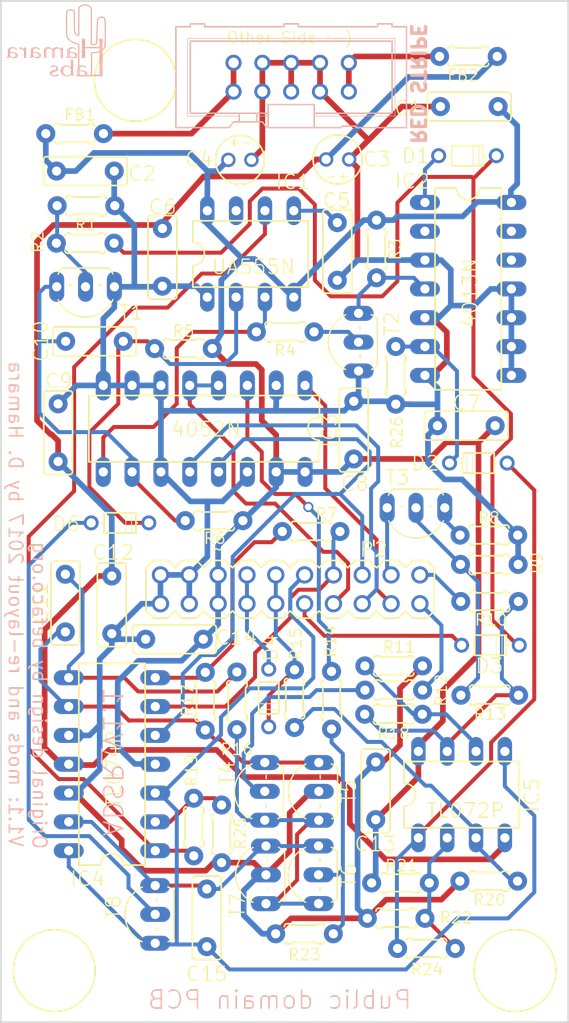
<source format=kicad_pcb>
(kicad_pcb (version 4) (host pcbnew 4.0.5)
  (layers (0 Top signal hide) (31 Bottom signal hide) (34 B.Paste user hide) (35 F.Paste user hide) (36 B.SilkS user hide) (37 F.SilkS user) (38 B.Mask user hide) (39 F.Mask user hide) (44 Edge.Cuts user))
  (net 0 "")
  (net 1 +12V)
  (net 2 GND)
  (net 3 -12V)
  (net 4 /N$7)
  (net 5 /N$4)
  (net 6 /N$22)
  (net 7 /N$23)
  (net 8 /N$12)
  (net 9 /IC25)
  (net 10 /N$35)
  (net 11 /N$5)
  (net 12 /N$42)
  (net 13 /N$41)
  (net 14 /GATE_IN)
  (net 15 /TRIGG_IN)
  (net 16 /MANUAL_TRIG)
  (net 17 /N$8)
  (net 18 /N$33)
  (net 19 /N$36)
  (net 20 /N$21)
  (net 21 "Net-(IC2-Pad2)")
  (net 22 /N$38)
  (net 23 "Net-(IC2-Pad12)")
  (net 24 "Net-(IC2-Pad13)")
  (net 25 /DECCAY_CV)
  (net 26 /N$19)
  (net 27 /RELEASE_CV)
  (net 28 /SUSTAIN_CV)
  (net 29 /IC_1_X)
  (net 30 /N$28)
  (net 31 /IC5_6)
  (net 32 /N$13)
  (net 33 /N$39)
  (net 34 /N$34)
  (net 35 /N$29)
  (net 36 /N$30)
  (net 37 /OUT)
  (net 38 /ATTACK_CV)
  (net 39 /LED)
  (net 40 /N$6)
  (net 41 /N$15)
  (net 42 /N$78)
  (net 43 /N$79)
  (net 44 /N$17)
  (net 45 /N$16)
  (net 46 /N$10)
  (net 47 "Net-(IC1-Pad7)")
  (net 48 retrig)
  (net 49 "Net-(D6-PadA)")
  (module 40XX_DIL16 (layer Top) (at 141.4139 97.6988 180)
    (fp_text reference IC3 (at -11.0861 -0.1512 270) (layer F.SilkS) (effects (font (size 1.27 1.27) (thickness 0.127))))
    (fp_text value 4052N (at -0.1861 -0.0512 180) (layer F.SilkS) (effects (font (size 1.27 1.27) (thickness 0.127))))
    (pad 1 thru_hole oval (at -8.89 3.81) (size 1.3208 2.6416) (drill 0.8128) (layers *.Cu *.Paste *.Mask) (net 25 /DECCAY_CV))
    (pad 2 thru_hole oval (at -6.35 3.81) (size 1.3208 2.6416) (drill 0.8128) (layers *.Cu *.Paste *.Mask) (net 2 GND))
    (pad 3 thru_hole oval (at -3.81 3.81) (size 1.3208 2.6416) (drill 0.8128) (layers *.Cu *.Paste *.Mask) (net 26 /N$19))
    (pad 4 thru_hole oval (at -1.27 3.81) (size 1.3208 2.6416) (drill 0.8128) (layers *.Cu *.Paste *.Mask) (net 27 /RELEASE_CV))
    (pad 5 thru_hole oval (at 1.27 3.81) (size 1.3208 2.6416) (drill 0.8128) (layers *.Cu *.Paste *.Mask) (net 27 /RELEASE_CV))
    (pad 6 thru_hole oval (at 3.81 3.81) (size 1.3208 2.6416) (drill 0.8128) (layers *.Cu *.Paste *.Mask) (net 2 GND))
    (pad 7 thru_hole oval (at 6.35 3.81) (size 1.3208 2.6416) (drill 0.8128) (layers *.Cu *.Paste *.Mask) (net 2 GND))
    (pad 8 thru_hole oval (at 8.89 3.81) (size 1.3208 2.6416) (drill 0.8128) (layers *.Cu *.Paste *.Mask) (net 2 GND))
    (pad 9 thru_hole oval (at 8.89 -3.81) (size 1.3208 2.6416) (drill 0.8128) (layers *.Cu *.Paste *.Mask) (net 19 /N$36))
    (pad 10 thru_hole oval (at 6.35 -3.81) (size 1.3208 2.6416) (drill 0.8128) (layers *.Cu *.Paste *.Mask) (net 5 /N$4))
    (pad 11 thru_hole oval (at 3.81 -3.81) (size 1.3208 2.6416) (drill 0.8128) (layers *.Cu *.Paste *.Mask) (net 2 GND))
    (pad 12 thru_hole oval (at 1.27 -3.81) (size 1.3208 2.6416) (drill 0.8128) (layers *.Cu *.Paste *.Mask) (net 28 /SUSTAIN_CV))
    (pad 13 thru_hole oval (at -1.27 -3.81) (size 1.3208 2.6416) (drill 0.8128) (layers *.Cu *.Paste *.Mask) (net 29 /IC_1_X))
    (pad 14 thru_hole oval (at -3.81 -3.81) (size 1.3208 2.6416) (drill 0.8128) (layers *.Cu *.Paste *.Mask) (net 2 GND))
    (pad 15 thru_hole oval (at -6.35 -3.81) (size 1.3208 2.6416) (drill 0.8128) (layers *.Cu *.Paste *.Mask) (net 1 +12V))
    (pad 16 thru_hole oval (at -8.89 -3.81) (size 1.3208 2.6416) (drill 0.8128) (layers *.Cu *.Paste *.Mask) (net 1 +12V))
  )
  (module LINEAR_DIL14 (layer Top) (at 133.2938 127.2653 90)
    (fp_text reference IC4 (at -10.0847 -2.1438 180) (layer F.SilkS) (effects (font (size 1.27 1.27) (thickness 0.127))))
    (fp_text value TL074P (at -0.4347 0.1562 90) (layer F.SilkS) (effects (font (size 1.27 1.27) (thickness 0.127))))
    (pad 1 thru_hole oval (at -7.62 3.81 270) (size 1.3208 2.6416) (drill 0.8128) (layers *.Cu *.Paste *.Mask) (net 20 /N$21))
    (pad 2 thru_hole oval (at -5.08 3.81 270) (size 1.3208 2.6416) (drill 0.8128) (layers *.Cu *.Paste *.Mask) (net 30 /N$28))
    (pad 3 thru_hole oval (at -2.54 3.81 270) (size 1.3208 2.6416) (drill 0.8128) (layers *.Cu *.Paste *.Mask) (net 9 /IC25))
    (pad 4 thru_hole oval (at 0 3.81 270) (size 1.3208 2.6416) (drill 0.8128) (layers *.Cu *.Paste *.Mask) (net 1 +12V))
    (pad 5 thru_hole oval (at 2.54 3.81 270) (size 1.3208 2.6416) (drill 0.8128) (layers *.Cu *.Paste *.Mask) (net 29 /IC_1_X))
    (pad 6 thru_hole oval (at 5.08 3.81 270) (size 1.3208 2.6416) (drill 0.8128) (layers *.Cu *.Paste *.Mask) (net 31 /IC5_6))
    (pad 7 thru_hole oval (at 7.62 3.81 270) (size 1.3208 2.6416) (drill 0.8128) (layers *.Cu *.Paste *.Mask) (net 32 /N$13))
    (pad 8 thru_hole oval (at 7.62 -3.81 270) (size 1.3208 2.6416) (drill 0.8128) (layers *.Cu *.Paste *.Mask) (net 7 /N$23))
    (pad 9 thru_hole oval (at 5.08 -3.81 270) (size 1.3208 2.6416) (drill 0.8128) (layers *.Cu *.Paste *.Mask) (net 6 /N$22))
    (pad 10 thru_hole oval (at 2.54 -3.81 270) (size 1.3208 2.6416) (drill 0.8128) (layers *.Cu *.Paste *.Mask) (net 2 GND))
    (pad 11 thru_hole oval (at 0 -3.81 270) (size 1.3208 2.6416) (drill 0.8128) (layers *.Cu *.Paste *.Mask) (net 3 -12V))
    (pad 12 thru_hole oval (at -2.54 -3.81 270) (size 1.3208 2.6416) (drill 0.8128) (layers *.Cu *.Paste *.Mask) (net 2 GND))
    (pad 13 thru_hole oval (at -5.08 -3.81 270) (size 1.3208 2.6416) (drill 0.8128) (layers *.Cu *.Paste *.Mask) (net 8 /N$12))
    (pad 14 thru_hole oval (at -7.62 -3.81 270) (size 1.3208 2.6416) (drill 0.8128) (layers *.Cu *.Paste *.Mask) (net 9 /IC25))
  )
  (module CON-ML_ML10 (layer Bottom) (at 149.0839 66.7271 180)
    (fp_text reference P1 hide)
    (fp_text value power hide)
    (pad 1 thru_hole circle (at -5.08 -1.27 180) (size 1.4224 2.8448) (drill 0.9144) (layers *.Cu *.Paste *.Mask) (net 18 /N$33))
    (pad 2 thru_hole circle (at -5.08 1.27 180) (size 1.4224 2.8448) (drill 0.9144) (layers *.Cu *.Paste *.Mask) (net 18 /N$33))
    (pad 3 thru_hole circle (at -2.54 -1.27 180) (size 1.4224 2.8448) (drill 0.9144) (layers *.Cu *.Paste *.Mask) (net 2 GND))
    (pad 4 thru_hole circle (at -2.54 1.27 180) (size 1.4224 2.8448) (drill 0.9144) (layers *.Cu *.Paste *.Mask) (net 2 GND))
    (pad 5 thru_hole circle (at 0 -1.27 180) (size 1.4224 2.8448) (drill 0.9144) (layers *.Cu *.Paste *.Mask) (net 2 GND))
    (pad 6 thru_hole circle (at 0 1.27 180) (size 1.4224 2.8448) (drill 0.9144) (layers *.Cu *.Paste *.Mask) (net 2 GND))
    (pad 7 thru_hole circle (at 2.54 -1.27 180) (size 1.4224 2.8448) (drill 0.9144) (layers *.Cu *.Paste *.Mask) (net 2 GND))
    (pad 8 thru_hole circle (at 2.54 1.27 180) (size 1.4224 2.8448) (drill 0.9144) (layers *.Cu *.Paste *.Mask) (net 2 GND))
    (pad 9 thru_hole circle (at 5.08 -1.27 180) (size 1.4224 2.8448) (drill 0.9144) (layers *.Cu *.Paste *.Mask) (net 17 /N$8))
    (pad 10 thru_hole circle (at 5.08 1.27 180) (size 1.4224 2.8448) (drill 0.9144) (layers *.Cu *.Paste *.Mask) (net 17 /N$8))
  )
  (module Daves_footprints:Befaco-0204_5 (layer Top) (at 158.3 93 90)
    (fp_text reference R26 (at -5.05 0.1 90) (layer F.SilkS) (effects (font (size 0.9906 0.9906) (thickness 0.127))))
    (fp_text value 100k hide)
    (pad 1 thru_hole circle (at -2.54 0 90) (size 1.6764 1.6764) (drill 0.8128) (layers *.Cu *.Paste *.Mask) (net 2 GND))
    (pad 2 thru_hole circle (at 2.54 0 90) (size 1.6764 1.6764) (drill 0.8128) (layers *.Cu *.Paste *.Mask) (net 13 /N$41))
  )
  (module Daves_footprints:Befaco-0204_5 (layer Top) (at 142.95 133.4 90)
    (fp_text reference R25 (at 0.05 1.65 90) (layer F.SilkS) (effects (font (size 0.9906 0.9906) (thickness 0.127))))
    (fp_text value 100k hide)
    (pad 1 thru_hole circle (at -2.54 0 90) (size 1.6764 1.6764) (drill 0.8128) (layers *.Cu *.Paste *.Mask) (net 2 GND))
    (pad 2 thru_hole circle (at 2.54 0 90) (size 1.6764 1.6764) (drill 0.8128) (layers *.Cu *.Paste *.Mask) (net 30 /N$28))
  )
  (module Daves_footprints:Befaco-0204_5 (layer Top) (at 161 143.5)
    (fp_text reference R24 (at 0.05 1.85) (layer F.SilkS) (effects (font (size 0.9906 0.9906) (thickness 0.127))))
    (fp_text value 2M hide)
    (pad 1 thru_hole circle (at -2.54 0) (size 1.6764 1.6764) (drill 0.8128) (layers *.Cu *.Paste *.Mask) (net 12 /N$42))
    (pad 2 thru_hole circle (at 2.54 0) (size 1.6764 1.6764) (drill 0.8128) (layers *.Cu *.Paste *.Mask) (net 33 /N$39))
  )
  (module Daves_footprints:Befaco-0204_5 (layer Top) (at 150.2573 142.2076)
    (fp_text reference R23 (at -0.0073 1.8424) (layer F.SilkS) (effects (font (size 0.9906 0.9906) (thickness 0.127))))
    (fp_text value 220K hide)
    (pad 1 thru_hole circle (at -2.54 0) (size 1.6764 1.6764) (drill 0.8128) (layers *.Cu *.Paste *.Mask) (net 2 GND))
    (pad 2 thru_hole circle (at 2.54 0) (size 1.6764 1.6764) (drill 0.8128) (layers *.Cu *.Paste *.Mask) (net 45 /N$16))
  )
  (module Daves_footprints:Befaco-0204_5 (layer Top) (at 158.333 140.8441)
    (fp_text reference R22 (at 5.267 -0.0441) (layer F.SilkS) (effects (font (size 0.9906 0.9906) (thickness 0.127))))
    (fp_text value 10k hide)
    (pad 1 thru_hole circle (at -2.54 0) (size 1.6764 1.6764) (drill 0.8128) (layers *.Cu *.Paste *.Mask) (net 2 GND))
    (pad 2 thru_hole circle (at 2.54 0) (size 1.6764 1.6764) (drill 0.8128) (layers *.Cu *.Paste *.Mask) (net 33 /N$39))
  )
  (module Daves_footprints:Befaco-0204_5 (layer Top) (at 158.7137 137.7256 180)
    (fp_text reference R21 (at -0.0863 1.5256 180) (layer F.SilkS) (effects (font (size 0.9906 0.9906) (thickness 0.127))))
    (fp_text value 56k hide)
    (pad 1 thru_hole circle (at -2.54 0 180) (size 1.6764 1.6764) (drill 0.8128) (layers *.Cu *.Paste *.Mask) (net 33 /N$39))
    (pad 2 thru_hole circle (at 2.54 0 180) (size 1.6764 1.6764) (drill 0.8128) (layers *.Cu *.Paste *.Mask) (net 1 +12V))
  )
  (module Daves_footprints:Befaco-0204_5 (layer Top) (at 166.4924 137.5663)
    (fp_text reference R20 (at 0.0576 1.6337) (layer F.SilkS) (effects (font (size 0.9906 0.9906) (thickness 0.127))))
    (fp_text value 1M hide)
    (pad 1 thru_hole circle (at -2.54 0) (size 1.6764 1.6764) (drill 0.8128) (layers *.Cu *.Paste *.Mask) (net 2 GND))
    (pad 2 thru_hole circle (at 2.54 0) (size 1.6764 1.6764) (drill 0.8128) (layers *.Cu *.Paste *.Mask) (net 34 /N$34))
  )
  (module Daves_footprints:Befaco-0204_5 (layer Top) (at 140.5 132.8 90)
    (fp_text reference R19 (at 5 -0.2 90) (layer F.SilkS) (effects (font (size 0.9906 0.9906) (thickness 0.127))))
    (fp_text value 100k hide)
    (pad 1 thru_hole circle (at -2.54 0 90) (size 1.6764 1.6764) (drill 0.8128) (layers *.Cu *.Paste *.Mask) (net 20 /N$21))
    (pad 2 thru_hole circle (at 2.54 0 90) (size 1.6764 1.6764) (drill 0.8128) (layers *.Cu *.Paste *.Mask) (net 30 /N$28))
  )
  (module Daves_footprints:Befaco-0204_5 (layer Top) (at 158.1035 122.8621)
    (fp_text reference R18 (at -0.0035 1.6879) (layer F.SilkS) (effects (font (size 0.9906 0.9906) (thickness 0.127))))
    (fp_text value 43k hide)
    (pad 1 thru_hole circle (at -2.54 0) (size 1.6764 1.6764) (drill 0.8128) (layers *.Cu *.Paste *.Mask) (net 36 /N$30))
    (pad 2 thru_hole circle (at 2.54 0) (size 1.6764 1.6764) (drill 0.8128) (layers *.Cu *.Paste *.Mask) (net 35 /N$29))
  )
  (module Daves_footprints:Befaco-0204_5 (layer Top) (at 141.515 121.7091 270)
    (fp_text reference R17 (at -0.0591 1.565 270) (layer F.SilkS) (effects (font (size 0.9906 0.9906) (thickness 0.127))))
    (fp_text value 6k2 hide)
    (pad 1 thru_hole circle (at -2.54 0 270) (size 1.6764 1.6764) (drill 0.8128) (layers *.Cu *.Paste *.Mask) (net 32 /N$13))
    (pad 2 thru_hole circle (at 2.54 0 270) (size 1.6764 1.6764) (drill 0.8128) (layers *.Cu *.Paste *.Mask) (net 6 /N$22))
  )
  (module Daves_footprints:Befaco-0204_5 (layer Top) (at 144.3011 121.6795 270)
    (fp_text reference R16 (at 4.2705 0.0011 360) (layer F.SilkS) (effects (font (size 0.9906 0.9906) (thickness 0.127))))
    (fp_text value 3k3 hide)
    (pad 1 thru_hole circle (at -2.54 0 270) (size 1.6764 1.6764) (drill 0.8128) (layers *.Cu *.Paste *.Mask) (net 7 /N$23))
    (pad 2 thru_hole circle (at 2.54 0 270) (size 1.6764 1.6764) (drill 0.8128) (layers *.Cu *.Paste *.Mask) (net 46 /N$10))
  )
  (module Daves_footprints:Befaco-0204_5 (layer Top) (at 149.3771 121.4878 270)
    (fp_text reference R15 (at -4.8378 -0.1229 270) (layer F.SilkS) (effects (font (size 0.9906 0.9906) (thickness 0.127))))
    (fp_text value 100k hide)
    (pad 1 thru_hole circle (at -2.54 0 270) (size 1.6764 1.6764) (drill 0.8128) (layers *.Cu *.Paste *.Mask) (net 16 /MANUAL_TRIG))
    (pad 2 thru_hole circle (at 2.54 0 270) (size 1.6764 1.6764) (drill 0.8128) (layers *.Cu *.Paste *.Mask) (net 34 /N$34))
  )
  (module Daves_footprints:Befaco-0204_5 (layer Top) (at 152.6414 121.6282 270)
    (fp_text reference R14 (at -5.1782 0.0914 270) (layer F.SilkS) (effects (font (size 0.9906 0.9906) (thickness 0.127))))
    (fp_text value 75K hide)
    (pad 1 thru_hole circle (at -2.54 0 270) (size 1.6764 1.6764) (drill 0.8128) (layers *.Cu *.Paste *.Mask) (net 26 /N$19))
    (pad 2 thru_hole circle (at 2.54 0 270) (size 1.6764 1.6764) (drill 0.8128) (layers *.Cu *.Paste *.Mask) (net 45 /N$16))
  )
  (module Daves_footprints:Befaco-0204_5 (layer Top) (at 166.5802 121.185 180)
    (fp_text reference R13 (at -0.0198 -1.665 180) (layer F.SilkS) (effects (font (size 0.9906 0.9906) (thickness 0.127))))
    (fp_text value 100k hide)
    (pad 1 thru_hole circle (at -2.54 0 180) (size 1.6764 1.6764) (drill 0.8128) (layers *.Cu *.Paste *.Mask) (net 36 /N$30))
    (pad 2 thru_hole circle (at 2.54 0 180) (size 1.6764 1.6764) (drill 0.8128) (layers *.Cu *.Paste *.Mask) (net 43 /N$79))
  )
  (module Daves_footprints:Befaco-0204_5 (layer Top) (at 158.1251 120.7345 180)
    (fp_text reference R12 (at -4.1749 -0.0155 270) (layer F.SilkS) (effects (font (size 0.9906 0.9906) (thickness 0.127))))
    (fp_text value 22k hide)
    (pad 1 thru_hole circle (at -2.54 0 180) (size 1.6764 1.6764) (drill 0.8128) (layers *.Cu *.Paste *.Mask) (net 38 /ATTACK_CV))
    (pad 2 thru_hole circle (at 2.54 0 180) (size 1.6764 1.6764) (drill 0.8128) (layers *.Cu *.Paste *.Mask) (net 44 /N$17))
  )
  (module Daves_footprints:Befaco-0204_5 (layer Top) (at 158.117 118.6042)
    (fp_text reference R11 (at 0.4699 -1.6637) (layer F.SilkS) (effects (font (size 0.9906 0.9906) (thickness 0.127))))
    (fp_text value 27k hide)
    (pad 1 thru_hole circle (at -2.54 0) (size 1.6764 1.6764) (drill 0.8128) (layers *.Cu *.Paste *.Mask) (net 35 /N$29))
    (pad 2 thru_hole circle (at 2.54 0) (size 1.6764 1.6764) (drill 0.8128) (layers *.Cu *.Paste *.Mask) (net 2 GND))
  )
  (module Daves_footprints:Befaco-0204_5 (layer Top) (at 166.566 112.9288)
    (fp_text reference R10 (at 0.134 1.6212) (layer F.SilkS) (effects (font (size 0.9906 0.9906) (thickness 0.127))))
    (fp_text value 1k hide)
    (pad 1 thru_hole circle (at -2.54 0) (size 1.6764 1.6764) (drill 0.8128) (layers *.Cu *.Paste *.Mask) (net 37 /OUT))
    (pad 2 thru_hole circle (at 2.54 0) (size 1.6764 1.6764) (drill 0.8128) (layers *.Cu *.Paste *.Mask) (net 36 /N$30))
  )
  (module Daves_footprints:Befaco-0204_5 (layer Top) (at 166.545 109.6611)
    (fp_text reference R9 (at 4.205 -0.1111 90) (layer F.SilkS) (effects (font (size 0.9906 0.9906) (thickness 0.127))))
    (fp_text value 100k hide)
    (pad 1 thru_hole circle (at -2.54 0) (size 1.6764 1.6764) (drill 0.8128) (layers *.Cu *.Paste *.Mask) (net 43 /N$79))
    (pad 2 thru_hole circle (at 2.54 0) (size 1.6764 1.6764) (drill 0.8128) (layers *.Cu *.Paste *.Mask) (net 2 GND))
  )
  (module Daves_footprints:Befaco-0204_5 (layer Top) (at 166.5066 107.0799)
    (fp_text reference R8 (at -0.0066 -1.5299) (layer F.SilkS) (effects (font (size 0.9906 0.9906) (thickness 0.127))))
    (fp_text value 300 hide)
    (pad 1 thru_hole circle (at -2.54 0) (size 1.6764 1.6764) (drill 0.8128) (layers *.Cu *.Paste *.Mask) (net 42 /N$78))
    (pad 2 thru_hole circle (at 2.54 0) (size 1.6764 1.6764) (drill 0.8128) (layers *.Cu *.Paste *.Mask) (net 2 GND))
  )
  (module Daves_footprints:Befaco-0204_5 (layer Top) (at 150.8432 106.7593 180)
    (fp_text reference R7 (at -1.3568 1.5593 180) (layer F.SilkS) (effects (font (size 0.9906 0.9906) (thickness 0.127))))
    (fp_text value 47k hide)
    (pad 1 thru_hole circle (at -2.54 0 180) (size 1.6764 1.6764) (drill 0.8128) (layers *.Cu *.Paste *.Mask) (net 31 /IC5_6))
    (pad 2 thru_hole circle (at 2.54 0 180) (size 1.6764 1.6764) (drill 0.8128) (layers *.Cu *.Paste *.Mask) (net 32 /N$13))
  )
  (module Daves_footprints:Befaco-0204_5 (layer Top) (at 142.2896 105.8035 180)
    (fp_text reference R6 (at -0.0604 -1.5465 180) (layer F.SilkS) (effects (font (size 0.9906 0.9906) (thickness 0.127))))
    (fp_text value 22k hide)
    (pad 1 thru_hole circle (at -2.54 0 180) (size 1.6764 1.6764) (drill 0.8128) (layers *.Cu *.Paste *.Mask) (net 1 +12V))
    (pad 2 thru_hole circle (at 2.54 0 180) (size 1.6764 1.6764) (drill 0.8128) (layers *.Cu *.Paste *.Mask) (net 5 /N$4))
  )
  (module Daves_footprints:Befaco-0204_5 (layer Top) (at 139.5896 90.6403 180)
    (fp_text reference R5 (at -0.0104 1.5403 180) (layer F.SilkS) (effects (font (size 0.9906 0.9906) (thickness 0.127))))
    (fp_text value 10k hide)
    (pad 1 thru_hole circle (at -2.54 0 180) (size 1.6764 1.6764) (drill 0.8128) (layers *.Cu *.Paste *.Mask) (net 1 +12V))
    (pad 2 thru_hole circle (at 2.54 0 180) (size 1.6764 1.6764) (drill 0.8128) (layers *.Cu *.Paste *.Mask) (net 48 retrig))
  )
  (module Daves_footprints:Befaco-0204_5 (layer Top) (at 148.5563 89.1688 180)
    (fp_text reference R4 (at 0.0063 -1.6312 180) (layer F.SilkS) (effects (font (size 0.9906 0.9906) (thickness 0.127))))
    (fp_text value 33k hide)
    (pad 1 thru_hole circle (at -2.54 0 180) (size 1.6764 1.6764) (drill 0.8128) (layers *.Cu *.Paste *.Mask) (net 41 /N$15))
    (pad 2 thru_hole circle (at 2.54 0 180) (size 1.6764 1.6764) (drill 0.8128) (layers *.Cu *.Paste *.Mask) (net 19 /N$36))
  )
  (module Daves_footprints:Befaco-0204_5 (layer Top) (at 156.6077 81.8626 270)
    (fp_text reference R3 (at 0.0374 -1.6423 270) (layer F.SilkS) (effects (font (size 0.9906 0.9906) (thickness 0.127))))
    (fp_text value 22k hide)
    (pad 1 thru_hole circle (at -2.54 0 270) (size 1.6764 1.6764) (drill 0.8128) (layers *.Cu *.Paste *.Mask) (net 1 +12V))
    (pad 2 thru_hole circle (at 2.54 0 270) (size 1.6764 1.6764) (drill 0.8128) (layers *.Cu *.Paste *.Mask) (net 22 /N$38))
  )
  (module Daves_footprints:Befaco-0204_5 (layer Top) (at 130.9334 81.3523 180)
    (fp_text reference R2 (at 4.1834 0.1023 270) (layer F.SilkS) (effects (font (size 0.9906 0.9906) (thickness 0.127))))
    (fp_text value 100k hide)
    (pad 1 thru_hole circle (at -2.54 0 180) (size 1.6764 1.6764) (drill 0.8128) (layers *.Cu *.Paste *.Mask) (net 11 /N$5))
    (pad 2 thru_hole circle (at 2.54 0 180) (size 1.6764 1.6764) (drill 0.8128) (layers *.Cu *.Paste *.Mask) (net 40 /N$6))
  )
  (module Daves_footprints:Befaco-0204_5 (layer Top) (at 131 78.05 180)
    (fp_text reference R1 (at -0.0072 -1.6637 180) (layer F.SilkS) (effects (font (size 0.9906 0.9906) (thickness 0.127))))
    (fp_text value 100k hide)
    (pad 1 thru_hole circle (at -2.54 0 180) (size 1.6764 1.6764) (drill 0.8128) (layers *.Cu *.Paste *.Mask) (net 2 GND))
    (pad 2 thru_hole circle (at 2.54 0 180) (size 1.6764 1.6764) (drill 0.8128) (layers *.Cu *.Paste *.Mask) (net 40 /N$6))
  )
  (module Daves_footprints:Befaco-0204_5 (layer Top) (at 164.6991 64.8997 180)
    (fp_text reference FB2 (at 0.4699 -1.6637 180) (layer F.SilkS) (effects (font (size 0.9906 0.9906) (thickness 0.127))))
    (fp_text value self hide)
    (pad 1 thru_hole circle (at -2.54 0 180) (size 1.6764 1.6764) (drill 0.8128) (layers *.Cu *.Paste *.Mask) (net 3 -12V))
    (pad 2 thru_hole circle (at 2.54 0 180) (size 1.6764 1.6764) (drill 0.8128) (layers *.Cu *.Paste *.Mask) (net 18 /N$33))
  )
  (module Daves_footprints:Befaco-0204_5 (layer Top) (at 130 71.7)
    (fp_text reference FB1 (at 0.4699 -1.6637) (layer F.SilkS) (effects (font (size 0.9906 0.9906) (thickness 0.127))))
    (fp_text value self hide)
    (pad 1 thru_hole circle (at -2.54 0) (size 1.6764 1.6764) (drill 0.8128) (layers *.Cu *.Paste *.Mask) (net 1 +12V))
    (pad 2 thru_hole circle (at 2.54 0) (size 1.6764 1.6764) (drill 0.8128) (layers *.Cu *.Paste *.Mask) (net 17 /N$8))
  )
  (module Daves_footprints:Befaco_2x10_socket (layer Top) (at 148.9967 111.8536 180)
    (fp_text reference P2 (at -7.3533 3.5036 180) (layer F.SilkS) (effects (font (size 1.27 1.27) (thickness 0.127))))
    (fp_text value ~ (at 6.35 3.556 180) (layer F.SilkS) (effects (font (size 1.27 1.27) (thickness 0.127))))
    (pad 1 thru_hole circle (at -11.43 1.27 180) (size 1.524 3.048) (drill 1.016) (layers *.Cu *.Paste *.Mask) (net 37 /OUT))
    (pad 2 thru_hole circle (at -11.43 -1.27 180) (size 1.524 3.048) (drill 1.016) (layers *.Cu *.Paste *.Mask) (net 38 /ATTACK_CV))
    (pad 3 thru_hole circle (at -8.89 1.27 180) (size 1.524 3.048) (drill 1.016) (layers *.Cu *.Paste *.Mask) (net 39 /LED))
    (pad 4 thru_hole circle (at -8.89 -1.27 180) (size 1.524 3.048) (drill 1.016) (layers *.Cu *.Paste *.Mask) (net 25 /DECCAY_CV))
    (pad 5 thru_hole circle (at -6.35 1.27 180) (size 1.524 3.048) (drill 1.016) (layers *.Cu *.Paste *.Mask) (net 29 /IC_1_X))
    (pad 6 thru_hole circle (at -6.35 -1.27 180) (size 1.524 3.048) (drill 1.016) (layers *.Cu *.Paste *.Mask) (net 28 /SUSTAIN_CV))
    (pad 7 thru_hole circle (at -3.81 1.27 180) (size 1.524 3.048) (drill 1.016) (layers *.Cu *.Paste *.Mask) (net 31 /IC5_6))
    (pad 8 thru_hole circle (at -3.81 -1.27 180) (size 1.524 3.048) (drill 1.016) (layers *.Cu *.Paste *.Mask) (net 27 /RELEASE_CV))
    (pad 9 thru_hole circle (at -1.27 1.27 180) (size 1.524 3.048) (drill 1.016) (layers *.Cu *.Paste *.Mask) (net 9 /IC25))
    (pad 10 thru_hole circle (at -1.27 -1.27 180) (size 1.524 3.048) (drill 1.016) (layers *.Cu *.Paste *.Mask) (net 14 /GATE_IN))
    (pad 11 thru_hole circle (at 1.27 1.27 180) (size 1.524 3.048) (drill 1.016) (layers *.Cu *.Paste *.Mask) (net 16 /MANUAL_TRIG))
    (pad 12 thru_hole circle (at 1.27 -1.27 180) (size 1.524 3.048) (drill 1.016) (layers *.Cu *.Paste *.Mask) (net 16 /MANUAL_TRIG))
    (pad 13 thru_hole circle (at 3.81 1.27 180) (size 1.524 3.048) (drill 1.016) (layers *.Cu *.Paste *.Mask) (net 15 /TRIGG_IN))
    (pad 14 thru_hole circle (at 3.81 -1.27 180) (size 1.524 3.048) (drill 1.016) (layers *.Cu *.Paste *.Mask) (net 15 /TRIGG_IN))
    (pad 15 thru_hole circle (at 6.35 1.27 180) (size 1.524 3.048) (drill 1.016) (layers *.Cu *.Paste *.Mask) (net 1 +12V))
    (pad 16 thru_hole circle (at 6.35 -1.27 180) (size 1.524 3.048) (drill 1.016) (layers *.Cu *.Paste *.Mask) (net 1 +12V))
    (pad 17 thru_hole circle (at 8.89 1.27 180) (size 1.524 3.048) (drill 1.016) (layers *.Cu *.Paste *.Mask) (net 2 GND))
    (pad 18 thru_hole circle (at 8.89 -1.27 180) (size 1.524 3.048) (drill 1.016) (layers *.Cu *.Paste *.Mask) (net 2 GND))
    (pad 19 thru_hole circle (at 11.43 1.27 180) (size 1.524 3.048) (drill 1.016) (layers *.Cu *.Paste *.Mask) (net 2 GND))
    (pad 20 thru_hole circle (at 11.43 -1.27 180) (size 1.524 3.048) (drill 1.016) (layers *.Cu *.Paste *.Mask) (net 2 GND))
  )
  (module Daves_footprints:Befaco_40XX_DIL14 (layer Top) (at 164.6791 85.3847 270)
    (fp_text reference IC2 (at -9.4847 4.9291 360) (layer F.SilkS) (effects (font (size 1.27 1.27) (thickness 0.127))))
    (fp_text value 4013N (at 0.3653 -0.1709 270) (layer F.SilkS) (effects (font (size 1.27 1.27) (thickness 0.127))))
    (pad 1 thru_hole oval (at -7.62 3.81 90) (size 1.3208 2.6416) (drill 0.8128) (layers *.Cu *.Paste *.Mask) (net 10 /N$35))
    (pad 2 thru_hole oval (at -5.08 3.81 90) (size 1.3208 2.6416) (drill 0.8128) (layers *.Cu *.Paste *.Mask) (net 21 "Net-(IC2-Pad2)"))
    (pad 3 thru_hole oval (at -2.54 3.81 90) (size 1.3208 2.6416) (drill 0.8128) (layers *.Cu *.Paste *.Mask) (net 2 GND))
    (pad 4 thru_hole oval (at 0 3.81 90) (size 1.3208 2.6416) (drill 0.8128) (layers *.Cu *.Paste *.Mask) (net 22 /N$38))
    (pad 5 thru_hole oval (at 2.54 3.81 90) (size 1.3208 2.6416) (drill 0.8128) (layers *.Cu *.Paste *.Mask) (net 2 GND))
    (pad 6 thru_hole oval (at 5.08 3.81 90) (size 1.3208 2.6416) (drill 0.8128) (layers *.Cu *.Paste *.Mask) (net 13 /N$41))
    (pad 7 thru_hole oval (at 7.62 3.81 90) (size 1.3208 2.6416) (drill 0.8128) (layers *.Cu *.Paste *.Mask) (net 2 GND))
    (pad 8 thru_hole oval (at 7.62 -3.81 90) (size 1.3208 2.6416) (drill 0.8128) (layers *.Cu *.Paste *.Mask) (net 2 GND))
    (pad 9 thru_hole oval (at 5.08 -3.81 90) (size 1.3208 2.6416) (drill 0.8128) (layers *.Cu *.Paste *.Mask) (net 2 GND))
    (pad 10 thru_hole oval (at 2.54 -3.81 90) (size 1.3208 2.6416) (drill 0.8128) (layers *.Cu *.Paste *.Mask) (net 2 GND))
    (pad 11 thru_hole oval (at 0 -3.81 90) (size 1.3208 2.6416) (drill 0.8128) (layers *.Cu *.Paste *.Mask) (net 2 GND))
    (pad 12 thru_hole oval (at -2.54 -3.81 90) (size 1.3208 2.6416) (drill 0.8128) (layers *.Cu *.Paste *.Mask) (net 23 "Net-(IC2-Pad12)"))
    (pad 13 thru_hole oval (at -5.08 -3.81 90) (size 1.3208 2.6416) (drill 0.8128) (layers *.Cu *.Paste *.Mask) (net 24 "Net-(IC2-Pad13)"))
    (pad 14 thru_hole oval (at -7.62 -3.81 90) (size 1.3208 2.6416) (drill 0.8128) (layers *.Cu *.Paste *.Mask) (net 1 +12V))
  )
  (module Daves_footprints:TRANSISTOR-NEU-TO92_TO92-EBC (layer Top) (at 130.9631 86.4661 180)
    (fp_text reference T1 (at -4.0369 -0.9839 180) (layer F.SilkS) (effects (font (size 1.27 1.27) (thickness 0.127))))
    (fp_text value 2n3904 hide)
    (pad B thru_hole oval (at 0 1.27) (size 1.3208 2.6416) (drill 0.8128) (layers *.Cu *.Paste *.Mask) (net 40 /N$6))
    (pad C thru_hole oval (at 2.54 1.27) (size 1.3208 2.6416) (drill 0.8128) (layers *.Cu *.Paste *.Mask) (net 5 /N$4))
    (pad E thru_hole oval (at -2.54 1.27) (size 1.3208 2.6416) (drill 0.8128) (layers *.Cu *.Paste *.Mask) (net 2 GND))
  )
  (module Daves_footprints:TRANSISTOR-NEU-TO92_TO92-EBC (layer Top) (at 153.7511 90.0733 90)
    (fp_text reference T2 (at 1.6233 4.1989 90) (layer F.SilkS) (effects (font (size 1.27 1.27) (thickness 0.127))))
    (fp_text value 2n3904 hide)
    (pad B thru_hole oval (at 0 1.27 270) (size 1.3208 2.6416) (drill 0.8128) (layers *.Cu *.Paste *.Mask) (net 41 /N$15))
    (pad C thru_hole oval (at 2.54 1.27 270) (size 1.3208 2.6416) (drill 0.8128) (layers *.Cu *.Paste *.Mask) (net 22 /N$38))
    (pad E thru_hole oval (at -2.54 1.27 270) (size 1.3208 2.6416) (drill 0.8128) (layers *.Cu *.Paste *.Mask) (net 2 GND))
  )
  (module Daves_footprints:TRANSISTOR-NEU-TO92_TO92-EBC (layer Top) (at 160.0792 105.9425 180)
    (fp_text reference T3 (at 1.6292 3.9425 180) (layer F.SilkS) (effects (font (size 1.27 1.27) (thickness 0.127))))
    (fp_text value 2n3904 hide)
    (pad B thru_hole oval (at 0 1.27) (size 1.3208 2.6416) (drill 0.8128) (layers *.Cu *.Paste *.Mask) (net 43 /N$79))
    (pad C thru_hole oval (at 2.54 1.27) (size 1.3208 2.6416) (drill 0.8128) (layers *.Cu *.Paste *.Mask) (net 39 /LED))
    (pad E thru_hole oval (at -2.54 1.27) (size 1.3208 2.6416) (drill 0.8128) (layers *.Cu *.Paste *.Mask) (net 42 /N$78))
  )
  (module Daves_footprints:TRANSISTOR-NEU-TO92_TO92-EBC (layer Top) (at 145.4853 129.6576 90)
    (fp_text reference T4 (at 1.6076 -2.0353 270) (layer F.SilkS) (effects (font (size 1.27 1.27) (thickness 0.127))))
    (fp_text value 2n3904 hide)
    (pad B thru_hole oval (at 0 1.27 270) (size 1.3208 2.6416) (drill 0.8128) (layers *.Cu *.Paste *.Mask) (net 44 /N$17))
    (pad C thru_hole oval (at 2.54 1.27 270) (size 1.3208 2.6416) (drill 0.8128) (layers *.Cu *.Paste *.Mask) (net 6 /N$22))
    (pad E thru_hole oval (at -2.54 1.27 270) (size 1.3208 2.6416) (drill 0.8128) (layers *.Cu *.Paste *.Mask) (net 46 /N$10))
  )
  (module Daves_footprints:TRANSISTOR-NEU-TO92_TO92-EBC (layer Top) (at 150.2481 129.6619 90)
    (fp_text reference T5 (at 0.0119 3.9019 90) (layer F.SilkS) (effects (font (size 1.27 1.27) (thickness 0.127))))
    (fp_text value 2N3906 hide)
    (pad B thru_hole oval (at 0 1.27 270) (size 1.3208 2.6416) (drill 0.8128) (layers *.Cu *.Paste *.Mask) (net 2 GND))
    (pad C thru_hole oval (at 2.54 1.27 270) (size 1.3208 2.6416) (drill 0.8128) (layers *.Cu *.Paste *.Mask) (net 6 /N$22))
    (pad E thru_hole oval (at -2.54 1.27 270) (size 1.3208 2.6416) (drill 0.8128) (layers *.Cu *.Paste *.Mask) (net 46 /N$10))
  )
  (module Daves_footprints:TRANSISTOR-NEU-TO92_TO92-EBC (layer Top) (at 150.2241 137.0084 90)
    (fp_text reference T6 (at -0.0416 3.9259 90) (layer F.SilkS) (effects (font (size 1.27 1.27) (thickness 0.127))))
    (fp_text value 2N3906 hide)
    (pad B thru_hole oval (at 0 1.27 270) (size 1.3208 2.6416) (drill 0.8128) (layers *.Cu *.Paste *.Mask) (net 45 /N$16))
    (pad C thru_hole oval (at 2.54 1.27 270) (size 1.3208 2.6416) (drill 0.8128) (layers *.Cu *.Paste *.Mask) (net 8 /N$12))
    (pad E thru_hole oval (at -2.54 1.27 270) (size 1.3208 2.6416) (drill 0.8128) (layers *.Cu *.Paste *.Mask) (net 46 /N$10))
  )
  (module Daves_footprints:TRANSISTOR-NEU-TO92_TO92-EBC (layer Top) (at 145.5906 137.0156 90)
    (fp_text reference T7 (at -2.6844 -1.2406 90) (layer F.SilkS) (effects (font (size 1.27 1.27) (thickness 0.127))))
    (fp_text value 2n3904 hide)
    (pad B thru_hole oval (at 0 1.27 270) (size 1.3208 2.6416) (drill 0.8128) (layers *.Cu *.Paste *.Mask) (net 2 GND))
    (pad C thru_hole oval (at 2.54 1.27 270) (size 1.3208 2.6416) (drill 0.8128) (layers *.Cu *.Paste *.Mask) (net 8 /N$12))
    (pad E thru_hole oval (at -2.54 1.27 270) (size 1.3208 2.6416) (drill 0.8128) (layers *.Cu *.Paste *.Mask) (net 46 /N$10))
  )
  (module Daves_footprints:Befaco_RCL_E2-4 (layer Top) (at 144.5651 74.0123)
    (fp_text reference C4 (at -3.6151 -0.0623) (layer F.SilkS) (effects (font (size 1.27 1.27) (thickness 0.127))))
    (fp_text value 10uF hide)
    (pad + thru_hole circle (at -1.016 0) (size 1.27 1.27) (drill 0.8128) (layers *.Cu *.Paste *.Mask) (net 1 +12V))
    (pad - thru_hole circle (at 1.016 0) (size 1.27 2.54) (drill 0.8128) (layers *.Cu *.Paste *.Mask) (net 2 GND))
  )
  (module Daves_footprints:Befaco_RCL_E2-4 (layer Top) (at 153.1782 73.9745 180)
    (fp_text reference C3 (at -3.4718 0.0245 180) (layer F.SilkS) (effects (font (size 1.27 1.27) (thickness 0.127))))
    (fp_text value 10uF hide)
    (pad + thru_hole circle (at -1.016 0 180) (size 1.27 1.27) (drill 0.8128) (layers *.Cu *.Paste *.Mask) (net 2 GND))
    (pad - thru_hole circle (at 1.016 0 180) (size 1.27 2.54) (drill 0.8128) (layers *.Cu *.Paste *.Mask) (net 3 -12V))
  )
  (module Daves_footprints:Befaco_LINEAR_DIL08 (layer Top) (at 164.1031 129.9463)
    (fp_text reference IC5 (at 6.1969 0.0537 90) (layer F.SilkS) (effects (font (size 1.27 1.27) (thickness 0.127))))
    (fp_text value TL072P (at 0.3469 1.4037) (layer F.SilkS) (effects (font (size 1.27 1.27) (thickness 0.127))))
    (pad 1 thru_hole oval (at -3.81 3.81 180) (size 1.27 2.54) (drill 0.8128) (layers *.Cu *.Paste *.Mask) (net 12 /N$42))
    (pad 2 thru_hole oval (at -1.27 3.81 180) (size 1.27 2.54) (drill 0.8128) (layers *.Cu *.Paste *.Mask) (net 33 /N$39))
    (pad 3 thru_hole oval (at 1.27 3.81 180) (size 1.27 2.54) (drill 0.8128) (layers *.Cu *.Paste *.Mask) (net 34 /N$34))
    (pad 4 thru_hole oval (at 3.81 3.81 180) (size 1.27 2.54) (drill 0.8128) (layers *.Cu *.Paste *.Mask) (net 3 -12V))
    (pad 5 thru_hole oval (at 3.81 -3.81 180) (size 1.27 2.54) (drill 0.8128) (layers *.Cu *.Paste *.Mask) (net 9 /IC25))
    (pad 6 thru_hole oval (at 1.27 -3.81 180) (size 1.27 2.54) (drill 0.8128) (layers *.Cu *.Paste *.Mask) (net 35 /N$29))
    (pad 7 thru_hole oval (at -1.27 -3.81 180) (size 1.27 2.54) (drill 0.8128) (layers *.Cu *.Paste *.Mask) (net 36 /N$30))
    (pad 8 thru_hole oval (at -3.81 -3.81 180) (size 1.27 2.54) (drill 0.8128) (layers *.Cu *.Paste *.Mask) (net 1 +12V))
  )
  (module Daves_footprints:Befaco_LINEAR_DIL08 (layer Top) (at 145.5015 82.3024)
    (fp_text reference IC1 (at 3.7485 -6.3524 180) (layer F.SilkS) (effects (font (size 1.27 1.27) (thickness 0.127))))
    (fp_text value UA555N (at 0.2485 1.1476) (layer F.SilkS) (effects (font (size 1.27 1.27) (thickness 0.127))))
    (pad 1 thru_hole oval (at -3.81 3.81 180) (size 1.27 2.54) (drill 0.8128) (layers *.Cu *.Paste *.Mask) (net 2 GND))
    (pad 2 thru_hole oval (at -1.27 3.81 180) (size 1.27 2.54) (drill 0.8128) (layers *.Cu *.Paste *.Mask) (net 48 retrig))
    (pad 3 thru_hole oval (at 1.27 3.81 180) (size 1.27 2.54) (drill 0.8128) (layers *.Cu *.Paste *.Mask) (net 19 /N$36))
    (pad 4 thru_hole oval (at 3.81 3.81 180) (size 1.27 2.54) (drill 0.8128) (layers *.Cu *.Paste *.Mask) (net 1 +12V))
    (pad 5 thru_hole oval (at 3.81 -3.81 180) (size 1.27 2.54) (drill 0.8128) (layers *.Cu *.Paste *.Mask) (net 4 /N$7))
    (pad 6 thru_hole oval (at 1.27 -3.81 180) (size 1.27 2.54) (drill 0.8128) (layers *.Cu *.Paste *.Mask) (net 20 /N$21))
    (pad 7 thru_hole oval (at -1.27 -3.81 180) (size 1.27 2.54) (drill 0.8128) (layers *.Cu *.Paste *.Mask) (net 47 "Net-(IC1-Pad7)"))
    (pad 8 thru_hole oval (at -3.81 -3.81 180) (size 1.27 2.54) (drill 0.8128) (layers *.Cu *.Paste *.Mask) (net 1 +12V))
  )
  (module Daves_footprints:Befaco_DO-35_200mil (layer Top) (at 147.1037 121.4284 90)
    (fp_text reference D4 (at 4.4284 0.1463 90) (layer F.SilkS) (effects (font (size 1.27 1.27) (thickness 0.127))))
    (fp_text value 1n4148 hide)
    (pad A thru_hole circle (at 2.54 0 90) (size 1.3208 2.6416) (drill 0.8128) (layers *.Cu *.Paste *.Mask) (net 15 /TRIGG_IN))
    (pad C thru_hole circle (at -2.54 0 90) (size 1.3208 2.6416) (drill 0.8128) (layers *.Cu *.Paste *.Mask) (net 16 /MANUAL_TRIG))
  )
  (module Daves_footprints:Befaco_DO-35_200mil (layer Top) (at 166.6409 116.7805 180)
    (fp_text reference D3 (at 0.0909 -1.8195 180) (layer F.SilkS) (effects (font (size 1.27 1.27) (thickness 0.127))))
    (fp_text value 1n4148 hide)
    (pad A thru_hole circle (at 2.54 0 180) (size 1.3208 2.6416) (drill 0.8128) (layers *.Cu *.Paste *.Mask) (net 14 /GATE_IN))
    (pad C thru_hole circle (at -2.54 0 180) (size 1.3208 2.6416) (drill 0.8128) (layers *.Cu *.Paste *.Mask) (net 11 /N$5))
  )
  (module Daves_footprints:Befaco_DO-35_200mil (layer Top) (at 165.5744 100.7275)
    (fp_text reference D2 (at -4.6744 0.0225) (layer F.SilkS) (effects (font (size 1.27 1.27) (thickness 0.127))))
    (fp_text value 1n4148 hide)
    (pad A thru_hole circle (at 2.54 0) (size 1.3208 2.6416) (drill 0.8128) (layers *.Cu *.Paste *.Mask) (net 12 /N$42))
    (pad C thru_hole circle (at -2.54 0) (size 1.3208 2.6416) (drill 0.8128) (layers *.Cu *.Paste *.Mask) (net 13 /N$41))
  )
  (module Daves_footprints:Befaco_DO-35_200mil (layer Top) (at 164.6186 73.6449 180)
    (fp_text reference D1 (at 4.5686 -0.0051 180) (layer F.SilkS) (effects (font (size 1.27 1.27) (thickness 0.127))))
    (fp_text value 1n4148 hide)
    (pad A thru_hole circle (at 2.54 0 180) (size 1.3208 2.6416) (drill 0.8128) (layers *.Cu *.Paste *.Mask) (net 10 /N$35))
    (pad C thru_hole circle (at -2.54 0 180) (size 1.3208 2.6416) (drill 0.8128) (layers *.Cu *.Paste *.Mask) (net 11 /N$5))
  )
  (module Daves_footprints:Befaco_RCL_C050-025X075 (layer Top) (at 164.7767 69.3147)
    (fp_text reference C1 (at -5.3767 0.1353) (layer F.SilkS) (effects (font (size 1.27 1.27) (thickness 0.127))))
    (fp_text value 100nF hide)
    (pad 1 thru_hole circle (at -2.54 0) (size 1.6764 1.6764) (drill 0.8128) (layers *.Cu *.Paste *.Mask) (net 2 GND))
    (pad 2 thru_hole circle (at 2.54 0) (size 1.6764 1.6764) (drill 0.8128) (layers *.Cu *.Paste *.Mask) (net 1 +12V))
  )
  (module Daves_footprints:Befaco_RCL_C050-025X075 (layer Top) (at 130.95 75 180)
    (fp_text reference C2 (at -4.9922 -0.2427 180) (layer F.SilkS) (effects (font (size 1.27 1.27) (thickness 0.127))))
    (fp_text value 100nF hide)
    (pad 1 thru_hole circle (at -2.54 0 180) (size 1.6764 1.6764) (drill 0.8128) (layers *.Cu *.Paste *.Mask) (net 2 GND))
    (pad 2 thru_hole circle (at 2.54 0 180) (size 1.6764 1.6764) (drill 0.8128) (layers *.Cu *.Paste *.Mask) (net 1 +12V))
  )
  (module Daves_footprints:Befaco_RCL_C050-025X075 (layer Top) (at 153.1463 82.0813 270)
    (fp_text reference C5 (at -4.4813 0.0463 360) (layer F.SilkS) (effects (font (size 1.27 1.27) (thickness 0.127))))
    (fp_text value 100nF hide)
    (pad 1 thru_hole circle (at -2.54 0 270) (size 1.6764 1.6764) (drill 0.8128) (layers *.Cu *.Paste *.Mask) (net 4 /N$7))
    (pad 2 thru_hole circle (at 2.54 0 270) (size 1.6764 1.6764) (drill 0.8128) (layers *.Cu *.Paste *.Mask) (net 2 GND))
  )
  (module Daves_footprints:Befaco_RCL_C050-025X075 (layer Top) (at 137.7393 82.6014 270)
    (fp_text reference C6 (at -4.4514 -0.0107 360) (layer F.SilkS) (effects (font (size 1.27 1.27) (thickness 0.127))))
    (fp_text value 100nF hide)
    (pad 1 thru_hole circle (at -2.54 0 270) (size 1.6764 1.6764) (drill 0.8128) (layers *.Cu *.Paste *.Mask) (net 3 -12V))
    (pad 2 thru_hole circle (at 2.54 0 270) (size 1.6764 1.6764) (drill 0.8128) (layers *.Cu *.Paste *.Mask) (net 2 GND))
  )
  (module Daves_footprints:Befaco_RCL_C050-025X075 (layer Top) (at 164.515 97.4364)
    (fp_text reference C7 (at 0 -2) (layer F.SilkS) (effects (font (size 1.27 1.27) (thickness 0.127))))
    (fp_text value 100nF hide)
    (pad 1 thru_hole circle (at -2.54 0) (size 1.6764 1.6764) (drill 0.8128) (layers *.Cu *.Paste *.Mask) (net 2 GND))
    (pad 2 thru_hole circle (at 2.54 0) (size 1.6764 1.6764) (drill 0.8128) (layers *.Cu *.Paste *.Mask) (net 1 +12V))
  )
  (module Daves_footprints:Befaco_RCL_C050-025X075 (layer Top) (at 154.6005 97.8255 270)
    (fp_text reference C8 (at 4.7245 -0.0995 360) (layer F.SilkS) (effects (font (size 1.27 1.27) (thickness 0.127))))
    (fp_text value 100nF hide)
    (pad 1 thru_hole circle (at -2.54 0 270) (size 1.6764 1.6764) (drill 0.8128) (layers *.Cu *.Paste *.Mask) (net 2 GND))
    (pad 2 thru_hole circle (at 2.54 0 270) (size 1.6764 1.6764) (drill 0.8128) (layers *.Cu *.Paste *.Mask) (net 1 +12V))
  )
  (module Daves_footprints:Befaco_RCL_C050-025X075 (layer Top) (at 128.5477 98.0502 90)
    (fp_text reference C9 (at 4.5502 0.0523 180) (layer F.SilkS) (effects (font (size 1.27 1.27) (thickness 0.127))))
    (fp_text value 100nF hide)
    (pad 1 thru_hole circle (at -2.54 0 90) (size 1.6764 1.6764) (drill 0.8128) (layers *.Cu *.Paste *.Mask) (net 3 -12V))
    (pad 2 thru_hole circle (at 2.54 0 90) (size 1.6764 1.6764) (drill 0.8128) (layers *.Cu *.Paste *.Mask) (net 2 GND))
  )
  (module Daves_footprints:Befaco_RCL_C050-025X075 (layer Top) (at 131.75 90 180)
    (fp_text reference C10 (at 4.7264 0.021 270) (layer F.SilkS) (effects (font (size 1.27 1.27) (thickness 0.127))))
    (fp_text value 100nF hide)
    (pad 1 thru_hole circle (at -2.54 0 180) (size 1.6764 1.6764) (drill 0.8128) (layers *.Cu *.Paste *.Mask) (net 48 retrig))
    (pad 2 thru_hole circle (at 2.54 0 180) (size 1.6764 1.6764) (drill 0.8128) (layers *.Cu *.Paste *.Mask) (net 5 /N$4))
  )
  (module Daves_footprints:Befaco_RCL_C050-025X075 (layer Top) (at 129.1865 113.0665 90)
    (fp_text reference C11 (at 0.0165 -2.1865 90) (layer F.SilkS) (effects (font (size 1.27 1.27) (thickness 0.127))))
    (fp_text value 100p hide)
    (pad 1 thru_hole circle (at -2.54 0 90) (size 1.6764 1.6764) (drill 0.8128) (layers *.Cu *.Paste *.Mask) (net 6 /N$22))
    (pad 2 thru_hole circle (at 2.54 0 90) (size 1.6764 1.6764) (drill 0.8128) (layers *.Cu *.Paste *.Mask) (net 7 /N$23))
  )
  (module Daves_footprints:Befaco_RCL_C050-025X075 (layer Top) (at 133.2759 113.2194 270)
    (fp_text reference C12 (at -4.6194 -0.1241 360) (layer F.SilkS) (effects (font (size 1.27 1.27) (thickness 0.127))))
    (fp_text value 100nF hide)
    (pad 1 thru_hole circle (at -2.54 0 270) (size 1.6764 1.6764) (drill 0.8128) (layers *.Cu *.Paste *.Mask) (net 3 -12V))
    (pad 2 thru_hole circle (at 2.54 0 270) (size 1.6764 1.6764) (drill 0.8128) (layers *.Cu *.Paste *.Mask) (net 2 GND))
  )
  (module Daves_footprints:Befaco_RCL_C050-025X075 (layer Top) (at 156.5337 129.6106 270)
    (fp_text reference C13 (at 4.6894 0.0337 360) (layer F.SilkS) (effects (font (size 1.27 1.27) (thickness 0.127))))
    (fp_text value 100nF hide)
    (pad 1 thru_hole circle (at -2.54 0 270) (size 1.6764 1.6764) (drill 0.8128) (layers *.Cu *.Paste *.Mask) (net 2 GND))
    (pad 2 thru_hole circle (at 2.54 0 270) (size 1.6764 1.6764) (drill 0.8128) (layers *.Cu *.Paste *.Mask) (net 1 +12V))
  )
  (module Daves_footprints:Befaco_RCL_C050-025X075 (layer Top) (at 138.8 116.25)
    (fp_text reference C14 (at 5.45 -0.15 180) (layer F.SilkS) (effects (font (size 1.27 1.27) (thickness 0.127))))
    (fp_text value 100nF hide)
    (pad 1 thru_hole circle (at -2.54 0) (size 1.6764 1.6764) (drill 0.8128) (layers *.Cu *.Paste *.Mask) (net 2 GND))
    (pad 2 thru_hole circle (at 2.54 0) (size 1.6764 1.6764) (drill 0.8128) (layers *.Cu *.Paste *.Mask) (net 1 +12V))
  )
  (module Daves_footprints:Befaco_RCL_C050-025X075 (layer Top) (at 141.65 140.8 270)
    (fp_text reference C15 (at 4.95 0 360) (layer F.SilkS) (effects (font (size 1.27 1.27) (thickness 0.127))))
    (fp_text value 330nF hide)
    (pad 1 thru_hole circle (at -2.54 0 270) (size 1.6764 1.6764) (drill 0.8128) (layers *.Cu *.Paste *.Mask) (net 8 /N$12))
    (pad 2 thru_hole circle (at 2.54 0 270) (size 1.6764 1.6764) (drill 0.8128) (layers *.Cu *.Paste *.Mask) (net 9 /IC25))
  )
  (module DIODE_D-5 (layer Top) (at 134 106 180)
    (fp_text reference D6 (at 4.75 -0.1 180) (layer F.SilkS) (effects (font (size 1.27 1.27) (thickness 0.127))))
    (fp_text value 1n4148 hide)
    (pad A thru_hole circle (at 2.54 0 180) (size 1.3208 2.6416) (drill 0.8128) (layers *.Cu *.Paste *.Mask) (net 49 "Net-(D6-PadA)"))
    (pad C thru_hole circle (at -2.54 0 180) (size 1.3208 2.6416) (drill 0.8128) (layers *.Cu *.Paste *.Mask) (net 48 retrig))
  )
  (module TRANSISTOR-NEU-TO92_TO92-EBC (layer Top) (at 135.83 140.5 90)
    (fp_text reference T8 (at 0.635 -2.413 90) (layer F.SilkS) (effects (font (size 1.27 1.27) (thickness 0.127))))
    (fp_text value 2N3906 hide)
    (pad B thru_hole oval (at 0 1.27 270) (size 1.3208 2.6416) (drill 0.8128) (layers *.Cu *.Paste *.Mask) (net 49 "Net-(D6-PadA)"))
    (pad C thru_hole oval (at 2.54 1.27 270) (size 1.3208 2.6416) (drill 0.8128) (layers *.Cu *.Paste *.Mask) (net 8 /N$12))
    (pad E thru_hole oval (at -2.54 1.27 270) (size 1.3208 2.6416) (drill 0.8128) (layers *.Cu *.Paste *.Mask) (net 9 /IC25))
  )
  (module Daves_footprints:Hamara_labs_4_tinier (layer Bottom) (at 128.35 63.5 180)
    (fp_text reference G*** hide)
    (fp_text value LOGO hide)
  )
  (module Daves_footprints:Keystone_8848_spacer (layer Top) (at 168.8055 145.4509)
    (fp_text reference @HOLE2 hide)
    (fp_text value "")
    (pad "" np_thru_hole circle (at 0 0) (size 4 4) (drill 4) (layers *.Cu *.Mask))
  )
  (module Daves_footprints:Keystone_8848_spacer (layer Top) (at 128.2055 145.4509)
    (fp_text reference @HOLE1 hide)
    (fp_text value "")
    (pad "" np_thru_hole circle (at 0 0) (size 4 4) (drill 4) (layers *.Cu *.Mask))
  )
  (module Daves_footprints:Keystone_8848_spacer (layer Top) (at 135.354184 66.9973)
    (fp_text reference @HOLE0 hide)
    (fp_text value "")
    (pad "" np_thru_hole circle (at 0 0) (size 4 4) (drill 4) (layers *.Cu *.Mask))
  )
  (gr_text "Other Side :-)" (at 148.95 63.25) (layer F.SilkS) (effects (font (size 1 1) (thickness 0.1))))
  (gr_text "RED STRIPE" (at 160.25 67.3 270) (layer B.SilkS) (effects (font (size 1.2 1.2) (thickness 0.3)) (justify mirror)))
  (gr_text "V1.1: mods and re-layout 2017 by D. Hamara" (at 124.8 113.15 270) (layer B.SilkS) (effects (font (size 1.2 1.2)) (justify mirror)))
  (gr_line (start 123.5 60) (end 123.5 150) (layer Edge.Cuts) (width 0.15))
  (gr_line (start 123.5 150) (end 173.5 150) (layer Edge.Cuts) (width 0.15))
  (gr_line (start 173.5 150) (end 173.5 60) (layer Edge.Cuts) (width 0.15))
  (gr_line (start 173.5 60) (end 123.5 60) (layer Edge.Cuts) (width 0.15))
  (gr_text "Public domain PCB" (at 159.8 148.95) (layer B.SilkS) (effects (font (size 1.59258 1.59258) (thickness 0.134112)) (justify left bottom mirror)))
  (gr_text "Original design by befaco.org" (at 126.2 121.2 270) (layer B.SilkS) (effects (font (size 1.2 1.2)) (justify bottom mirror)))
  (gr_text ADSR_V1.1 (at 134.3165 120.3565 270) (layer B.SilkS) (effects (font (size 1.6891 1.6891) (thickness 0.14224)) (justify right top mirror)))
  (segment (start 131.7 73.4) (end 140.1 73.4) (width 0.5) (layer Bottom) (net 1))
  (segment (start 140.1 73.4) (end 141.7 75) (width 0.5) (layer Bottom) (net 1))
  (segment (start 130.1 75) (end 131.7 73.4) (width 0.5) (layer Bottom) (net 1))
  (segment (start 128.41 75) (end 130.1 75) (width 0.5) (layer Bottom) (net 1))
  (segment (start 127.46 71.7) (end 127.46 74.05) (width 0.5) (layer Bottom) (net 1))
  (segment (start 127.46 74.05) (end 128.41 75) (width 0.5) (layer Bottom) (net 1))
  (segment (start 165.5914 98.9) (end 165.5914 117.6086) (width 0.5) (layer Top) (net 1))
  (segment (start 165.5914 117.6086) (end 162.45 120.75) (width 0.5) (layer Top) (net 1))
  (segment (start 162.45 120.75) (end 162.45 123.45) (width 0.5) (layer Top) (net 1))
  (segment (start 162.45 123.45) (end 160.2931 125.6069) (width 0.5) (layer Top) (net 1))
  (segment (start 160.2931 125.6069) (end 160.2931 126.1363) (width 0.5) (layer Top) (net 1))
  (segment (start 135.6185 118.15) (end 133.8008 119.9677) (width 0.5) (layer Bottom) (net 1))
  (segment (start 141.34 116.25) (end 139.44 118.15) (width 0.5) (layer Bottom) (net 1))
  (segment (start 139.44 118.15) (end 135.6185 118.15) (width 0.5) (layer Bottom) (net 1))
  (segment (start 142.6467 113.1236) (end 142.6467 114.9433) (width 0.5) (layer Bottom) (net 1))
  (segment (start 142.6467 114.9433) (end 141.34 116.25) (width 0.5) (layer Bottom) (net 1))
  (segment (start 149.3115 86.1124) (end 149.3115 85.4774) (width 0.5) (layer Bottom) (net 1))
  (segment (start 149.3115 85.4774) (end 155.4663 79.3226) (width 0.5) (layer Bottom) (net 1))
  (segment (start 155.4663 79.3226) (end 156.6077 79.3226) (width 0.5) (layer Bottom) (net 1))
  (segment (start 142.1296 90.6403) (end 143.4893 92) (width 0.5) (layer Top) (net 1))
  (segment (start 143.4893 92) (end 145.9875 92) (width 0.5) (layer Top) (net 1))
  (segment (start 145.9875 92) (end 146.4935 92.506) (width 0.5) (layer Top) (net 1))
  (segment (start 146.4935 92.506) (end 146.4935 96.9796) (width 0.5) (layer Top) (net 1))
  (segment (start 146.4935 96.9796) (end 147.7639 98.25) (width 0.5) (layer Top) (net 1))
  (segment (start 147.7639 98.25) (end 147.7639 101.5088) (width 0.5) (layer Top) (net 1))
  (segment (start 141.7 75) (end 142.5614 75) (width 0.5) (layer Bottom) (net 1))
  (segment (start 141.6915 78.4924) (end 141.6915 76.7224) (width 0.5) (layer Bottom) (net 1))
  (segment (start 141.6915 76.7224) (end 141.7 76.7139) (width 0.5) (layer Bottom) (net 1))
  (segment (start 141.7 76.7139) (end 141.7 75) (width 0.5) (layer Bottom) (net 1))
  (segment (start 142.5614 75) (end 143.5491 74.0123) (width 0.5) (layer Bottom) (net 1))
  (segment (start 156.5337 132.1506) (end 156.5337 137.3656) (width 0.5) (layer Bottom) (net 1))
  (segment (start 156.5337 137.3656) (end 156.1737 137.7256) (width 0.5) (layer Bottom) (net 1))
  (segment (start 160.2931 126.1363) (end 160.2931 128.3912) (width 0.5) (layer Top) (net 1))
  (segment (start 160.2931 128.3912) (end 156.5337 132.1506) (width 0.5) (layer Top) (net 1))
  (segment (start 150.3039 101.5088) (end 153.4572 101.5088) (width 0.5) (layer Bottom) (net 1))
  (segment (start 153.4572 101.5088) (end 154.6005 100.3655) (width 0.5) (layer Bottom) (net 1))
  (segment (start 162.75 98.9) (end 165.5914 98.9) (width 0.5) (layer Top) (net 1))
  (segment (start 165.5914 98.9) (end 167.055 97.4364) (width 0.5) (layer Top) (net 1))
  (segment (start 161.2845 100.3655) (end 162.75 98.9) (width 0.5) (layer Top) (net 1))
  (segment (start 154.6005 100.3655) (end 161.2845 100.3655) (width 0.5) (layer Top) (net 1))
  (segment (start 142.6467 110.5836) (end 142.6467 107.9864) (width 0.5) (layer Bottom) (net 1))
  (segment (start 142.6467 107.9864) (end 144.8296 105.8035) (width 0.5) (layer Bottom) (net 1))
  (segment (start 144.8296 105.8035) (end 147.7639 102.8692) (width 0.5) (layer Bottom) (net 1))
  (segment (start 147.7639 102.8692) (end 147.7639 101.5088) (width 0.5) (layer Bottom) (net 1))
  (segment (start 168.4452 77.7208) (end 165.4771 77.7208) (width 0.5) (layer Bottom) (net 1))
  (segment (start 165.4771 77.7208) (end 164.2 78.9979) (width 0.5) (layer Bottom) (net 1))
  (segment (start 164.2 78.9979) (end 158.4194 78.9979) (width 0.5) (layer Bottom) (net 1))
  (segment (start 158.4194 78.9979) (end 158.0947 79.3226) (width 0.5) (layer Bottom) (net 1))
  (segment (start 158.0947 79.3226) (end 156.6077 79.3226) (width 0.5) (layer Bottom) (net 1))
  (segment (start 169 70.998) (end 167.3167 69.3147) (width 0.5) (layer Bottom) (net 1))
  (segment (start 169 70.998) (end 169 76.1285) (width 0.5) (layer Bottom) (net 1))
  (segment (start 169 76.1285) (end 168.4452 76.6833) (width 0.5) (layer Bottom) (net 1))
  (segment (start 150.3039 101.5088) (end 147.7639 101.5088) (width 0.5) (layer Bottom) (net 1))
  (segment (start 149.3115 86.1124) (end 149.3115 86.198) (width 0.5) (layer Bottom) (net 1))
  (segment (start 149.3115 86.198) (end 145.8617 82.7482) (width 0.5) (layer Bottom) (net 1))
  (segment (start 145.8617 82.7482) (end 144.7952 82.7482) (width 0.5) (layer Bottom) (net 1))
  (segment (start 144.7952 82.7482) (end 141.6632 79.6162) (width 0.5) (layer Bottom) (net 1))
  (segment (start 141.6632 79.6162) (end 141.6632 78.6935) (width 0.5) (layer Bottom) (net 1))
  (segment (start 141.6632 78.6935) (end 141.6915 78.4924) (width 0.5) (layer Bottom) (net 1))
  (segment (start 168.4452 77.7208) (end 168.4891 77.7647) (width 0.5) (layer Bottom) (net 1))
  (segment (start 142.6467 113.1236) (end 142.6467 110.5836) (width 0.5) (layer Bottom) (net 1))
  (segment (start 144.8296 105.8035) (end 144.5117 105.7306) (width 0.5) (layer Bottom) (net 1))
  (segment (start 142.1296 90.6403) (end 142.9241 89.322) (width 0.5) (layer Bottom) (net 1))
  (segment (start 142.9241 89.322) (end 142.9241 84.6193) (width 0.5) (layer Bottom) (net 1))
  (segment (start 142.9241 84.6193) (end 144.7952 82.7482) (width 0.5) (layer Bottom) (net 1))
  (segment (start 142.6467 113.1236) (end 142.6467 113.5086) (width 0.5) (layer Bottom) (net 1))
  (segment (start 133.8008 119.9677) (end 133.8008 125.7457) (width 0.5) (layer Bottom) (net 1))
  (segment (start 133.8008 125.7457) (end 135.2966 127.2415) (width 0.5) (layer Bottom) (net 1))
  (segment (start 135.2966 127.2415) (end 137.08 127.2415) (width 0.5) (layer Bottom) (net 1))
  (segment (start 137.08 127.2415) (end 137.1038 127.2653) (width 0.5) (layer Bottom) (net 1))
  (segment (start 168.4452 77.7208) (end 168.4452 76.6833) (width 0.5) (layer Bottom) (net 1))
  (segment (start 154.6005 95.2855) (end 158.0455 95.2855) (width 0.5) (layer Bottom) (net 2))
  (segment (start 158.0455 95.2855) (end 158.3 95.54) (width 0.5) (layer Bottom) (net 2))
  (segment (start 133.49 75) (end 133.49 78) (width 0.5) (layer Bottom) (net 2))
  (segment (start 133.49 78) (end 133.54 78.05) (width 0.5) (layer Bottom) (net 2))
  (segment (start 135.2615 79.8) (end 135.2615 85.1576) (width 0.5) (layer Bottom) (net 2))
  (segment (start 133.54 78.05) (end 133.54 78.0785) (width 0.5) (layer Bottom) (net 2))
  (segment (start 133.54 78.0785) (end 135.2615 79.8) (width 0.5) (layer Bottom) (net 2))
  (segment (start 129.4838 129.8053) (end 130.0053 129.8053) (width 0.5) (layer Top) (net 2))
  (segment (start 130.0053 129.8053) (end 134.15 133.95) (width 0.5) (layer Top) (net 2))
  (segment (start 134.15 133.95) (end 134.15 134.7) (width 0.5) (layer Top) (net 2))
  (segment (start 134.15 134.7) (end 136.1 136.65) (width 0.5) (layer Top) (net 2))
  (segment (start 136.1 136.65) (end 141.55 136.65) (width 0.5) (layer Top) (net 2))
  (segment (start 141.55 136.65) (end 142.26 135.94) (width 0.5) (layer Top) (net 2))
  (segment (start 142.26 135.94) (end 142.95 135.94) (width 0.5) (layer Top) (net 2))
  (segment (start 155.793 140.8441) (end 149.0808 140.8441) (width 0.5) (layer Top) (net 2))
  (segment (start 149.0808 140.8441) (end 147.7173 142.2076) (width 0.5) (layer Top) (net 2))
  (segment (start 136.26 116.25) (end 133.7665 116.25) (width 0.5) (layer Bottom) (net 2))
  (segment (start 133.7665 116.25) (end 133.2759 115.7594) (width 0.5) (layer Bottom) (net 2))
  (segment (start 142.95 135.94) (end 145.785 135.94) (width 0.5) (layer Top) (net 2))
  (segment (start 145.785 135.94) (end 146.8606 137.0156) (width 0.5) (layer Top) (net 2))
  (segment (start 133.5031 85.1961) (end 133.5031 87.0169) (width 0.5) (layer Bottom) (net 2))
  (segment (start 133.5031 87.0169) (end 132.5239 87.9961) (width 0.5) (layer Bottom) (net 2))
  (segment (start 132.5239 87.9961) (end 132.5239 93.8888) (width 0.5) (layer Bottom) (net 2))
  (segment (start 146.5439 71.5) (end 146.5439 67.9971) (width 0.5) (layer Top) (net 2))
  (segment (start 146.5439 73.0495) (end 146.5439 71.5) (width 0.5) (layer Top) (net 2))
  (segment (start 160.8691 82.8447) (end 154.9229 82.8447) (width 0.5) (layer Bottom) (net 2))
  (segment (start 153.1463 84.6213) (end 154.9229 82.8447) (width 0.5) (layer Bottom) (net 2))
  (segment (start 133.5031 85.1961) (end 135.3 85.1961) (width 0.5) (layer Bottom) (net 2))
  (segment (start 135.3 85.1961) (end 137.6846 85.1961) (width 0.5) (layer Bottom) (net 2))
  (segment (start 135.2615 85.1576) (end 135.3 85.1961) (width 0.5) (layer Bottom) (net 2))
  (segment (start 162.8 89.1952) (end 162.8 91.7342) (width 0.5) (layer Top) (net 2))
  (segment (start 162.8 91.7342) (end 161.5295 93.0047) (width 0.5) (layer Top) (net 2))
  (segment (start 161.5295 93.0047) (end 160.8691 93.0047) (width 0.5) (layer Top) (net 2))
  (segment (start 160.8691 87.9247) (end 161.5295 87.9247) (width 0.5) (layer Top) (net 2))
  (segment (start 161.5295 87.9247) (end 162.8 89.1952) (width 0.5) (layer Top) (net 2))
  (segment (start 161.975 97.4364) (end 161.975 95.55) (width 0.5) (layer Bottom) (net 2))
  (segment (start 161.975 95.55) (end 161.975 94.1106) (width 0.5) (layer Bottom) (net 2))
  (segment (start 158.3 95.54) (end 159.485393 95.54) (width 0.5) (layer Bottom) (net 2))
  (segment (start 159.485393 95.54) (end 159.495393 95.55) (width 0.5) (layer Bottom) (net 2))
  (segment (start 159.495393 95.55) (end 161.975 95.55) (width 0.5) (layer Bottom) (net 2))
  (segment (start 155.4178 93.01) (end 155.0211 92.6133) (width 0.5) (layer Bottom) (net 2))
  (segment (start 146.8606 137.0156) (end 148.95 134.9262) (width 0.5) (layer Top) (net 2))
  (segment (start 148.95 134.9262) (end 148.95 131.5696) (width 0.5) (layer Top) (net 2))
  (segment (start 148.95 131.5696) (end 150.8577 129.6619) (width 0.5) (layer Top) (net 2))
  (segment (start 150.8577 129.6619) (end 151.5181 129.6619) (width 0.5) (layer Top) (net 2))
  (segment (start 157.4371 139.2) (end 162.3187 139.2) (width 0.5) (layer Top) (net 2))
  (segment (start 162.3187 139.2) (end 163.9524 137.5663) (width 0.5) (layer Top) (net 2))
  (segment (start 155.793 140.8441) (end 157.4371 139.2) (width 0.5) (layer Top) (net 2))
  (segment (start 144.9 138.4) (end 144.9 140.575693) (width 0.5) (layer Bottom) (net 2))
  (segment (start 144.9 140.575693) (end 146.531907 142.2076) (width 0.5) (layer Bottom) (net 2))
  (segment (start 146.531907 142.2076) (end 147.7173 142.2076) (width 0.5) (layer Bottom) (net 2))
  (segment (start 146.2844 137.0156) (end 144.9 138.4) (width 0.5) (layer Bottom) (net 2))
  (segment (start 146.8606 137.0156) (end 146.2844 137.0156) (width 0.5) (layer Bottom) (net 2))
  (segment (start 155.793 140.8441) (end 154.933099 139.984199) (width 0.5) (layer Bottom) (net 2))
  (segment (start 154.933099 139.984199) (end 154.933099 128.671201) (width 0.5) (layer Bottom) (net 2))
  (segment (start 154.933099 128.671201) (end 156.5337 127.0706) (width 0.5) (layer Bottom) (net 2))
  (segment (start 132.2105 118.010193) (end 132.2105 123.75) (width 0.5) (layer Bottom) (net 2))
  (segment (start 132.2105 123.75) (end 132.2105 127.739) (width 0.5) (layer Bottom) (net 2))
  (segment (start 129.4838 124.7253) (end 131.3046 124.7253) (width 0.5) (layer Bottom) (net 2))
  (segment (start 131.3046 124.7253) (end 132.2105 123.8194) (width 0.5) (layer Bottom) (net 2))
  (segment (start 132.2105 123.8194) (end 132.2105 123.75) (width 0.5) (layer Bottom) (net 2))
  (segment (start 132.2105 127.739) (end 130.1442 129.8053) (width 0.5) (layer Bottom) (net 2))
  (segment (start 130.1442 129.8053) (end 129.4838 129.8053) (width 0.5) (layer Bottom) (net 2))
  (segment (start 133.2759 115.7594) (end 133.2759 116.944793) (width 0.5) (layer Bottom) (net 2))
  (segment (start 133.2759 116.944793) (end 132.2105 118.010193) (width 0.5) (layer Bottom) (net 2))
  (segment (start 160.657 118.6042) (end 158.6705 120.5907) (width 0.5) (layer Top) (net 2))
  (segment (start 158.6705 120.5907) (end 158.6705 125.581) (width 0.5) (layer Top) (net 2))
  (segment (start 158.6705 125.581) (end 157.1809 127.0706) (width 0.5) (layer Top) (net 2))
  (segment (start 157.1809 127.0706) (end 156.5337 127.0706) (width 0.5) (layer Top) (net 2))
  (segment (start 129.4838 129.8053) (end 130.1442 129.8053) (width 0.5) (layer Top) (net 2))
  (segment (start 141.7 104.1052) (end 140.2003 104.1052) (width 0.5) (layer Bottom) (net 2))
  (segment (start 143.0429 104.1052) (end 141.7 104.1052) (width 0.5) (layer Bottom) (net 2))
  (segment (start 141.7 104.1052) (end 141.7 108.9903) (width 0.5) (layer Bottom) (net 2))
  (segment (start 141.7 108.9903) (end 140.1067 110.5836) (width 0.5) (layer Bottom) (net 2))
  (segment (start 153.762301 96.123699) (end 147.75 96.123699) (width 0.5) (layer Bottom) (net 2))
  (segment (start 147.75 96.123699) (end 137.677599 96.123699) (width 0.5) (layer Bottom) (net 2))
  (segment (start 147.7639 93.8888) (end 147.7639 95.7096) (width 0.5) (layer Bottom) (net 2))
  (segment (start 147.7639 95.7096) (end 147.75 95.7235) (width 0.5) (layer Bottom) (net 2))
  (segment (start 147.75 95.7235) (end 147.75 96.123699) (width 0.5) (layer Bottom) (net 2))
  (segment (start 137.6039 93.8888) (end 137.6039 96.05) (width 0.5) (layer Bottom) (net 2))
  (segment (start 154.6005 95.2855) (end 153.762301 96.123699) (width 0.5) (layer Bottom) (net 2))
  (segment (start 137.6039 96.05) (end 137.6039 101.5088) (width 0.5) (layer Bottom) (net 2))
  (segment (start 137.677599 96.123699) (end 137.6039 96.05) (width 0.5) (layer Bottom) (net 2))
  (segment (start 132.5239 93.8888) (end 135.0639 93.8888) (width 0.5) (layer Bottom) (net 2))
  (segment (start 161.975 97.4364) (end 161.136801 98.274599) (width 0.5) (layer Bottom) (net 2))
  (segment (start 162.6 102.172) (end 164.1387 102.172) (width 0.5) (layer Bottom) (net 2))
  (segment (start 161.136801 98.274599) (end 161.136801 100.708801) (width 0.5) (layer Bottom) (net 2))
  (segment (start 161.136801 100.708801) (end 162.6 102.172) (width 0.5) (layer Bottom) (net 2))
  (segment (start 164.1387 102.172) (end 169.0466 107.0799) (width 0.5) (layer Bottom) (net 2))
  (segment (start 133.2759 115.7594) (end 135.9117 113.1236) (width 0.5) (layer Bottom) (net 2))
  (segment (start 135.9117 113.1236) (end 137.5667 113.1236) (width 0.5) (layer Bottom) (net 2))
  (segment (start 160.8683 93.0055) (end 160.8691 93.0047) (width 0.5) (layer Bottom) (net 2))
  (segment (start 168.4891 90.4647) (end 168.4891 93.0047) (width 0.5) (layer Bottom) (net 2))
  (segment (start 168.4891 87.9247) (end 168.4891 90.4647) (width 0.5) (layer Bottom) (net 2))
  (segment (start 168.4891 85.3847) (end 168.4891 87.9247) (width 0.5) (layer Bottom) (net 2))
  (segment (start 168.4891 85.3847) (end 166.6683 85.3847) (width 0.5) (layer Bottom) (net 2))
  (segment (start 166.6683 85.3847) (end 165.2037 86.8493) (width 0.5) (layer Bottom) (net 2))
  (segment (start 165.2037 86.8493) (end 163.15 86.8493) (width 0.5) (layer Bottom) (net 2))
  (segment (start 162.3094 82.8447) (end 163.15 83.6853) (width 0.5) (layer Bottom) (net 2))
  (segment (start 163.15 86.8493) (end 161.9861 88.0132) (width 0.5) (layer Bottom) (net 2))
  (segment (start 163.15 83.6853) (end 163.15 86.8493) (width 0.5) (layer Bottom) (net 2))
  (segment (start 137.7393 85.1414) (end 140.7205 85.1414) (width 0.5) (layer Bottom) (net 2))
  (segment (start 140.7205 85.1414) (end 141.6915 86.1124) (width 0.5) (layer Bottom) (net 2))
  (segment (start 137.6846 85.1961) (end 137.7393 85.1414) (width 0.5) (layer Bottom) (net 2))
  (segment (start 154.829199 73.335501) (end 155.9 72.2647) (width 0.5) (layer Top) (net 2))
  (segment (start 151.6239 67.9971) (end 152.335099 68.708299) (width 0.5) (layer Top) (net 2))
  (segment (start 155.9 72.2647) (end 158.85 69.3147) (width 0.5) (layer Top) (net 2))
  (segment (start 152.335099 68.708299) (end 152.343599 68.708299) (width 0.5) (layer Top) (net 2))
  (segment (start 152.343599 68.708299) (end 155.9 72.2647) (width 0.5) (layer Top) (net 2))
  (segment (start 162.2367 69.3147) (end 158.85 69.3147) (width 0.5) (layer Top) (net 2))
  (segment (start 154.1942 73.9745) (end 154.829199 73.339501) (width 0.5) (layer Top) (net 2))
  (segment (start 154.829199 73.339501) (end 154.829199 73.335501) (width 0.5) (layer Top) (net 2))
  (segment (start 153.1463 84.6213) (end 154.9202 82.8474) (width 0.5) (layer Top) (net 2))
  (segment (start 154.9202 82.8474) (end 154.9202 74.7005) (width 0.5) (layer Top) (net 2))
  (segment (start 154.9202 74.7005) (end 154.1942 73.9745) (width 0.5) (layer Top) (net 2))
  (segment (start 135.0639 93.8888) (end 137.6039 93.8888) (width 0.5) (layer Bottom) (net 2))
  (segment (start 137.6051 101.5076) (end 137.6039 101.5088) (width 0.5) (layer Bottom) (net 2))
  (segment (start 146.5439 65.4571) (end 146.5439 67.9971) (width 0.5) (layer Top) (net 2))
  (segment (start 149.0839 67.9971) (end 149.0839 65.4571) (width 0.5) (layer Top) (net 2))
  (segment (start 151.6239 67.9971) (end 151.6239 65.4571) (width 0.5) (layer Top) (net 2))
  (segment (start 146.5439 65.4571) (end 149.0839 65.4571) (width 0.5) (layer Top) (net 2))
  (segment (start 149.0839 65.4571) (end 151.6239 65.4571) (width 0.5) (layer Top) (net 2))
  (segment (start 160.8691 82.8447) (end 162.3094 82.8447) (width 0.5) (layer Bottom) (net 2))
  (segment (start 161.9861 88.0132) (end 160.9576 88.0132) (width 0.5) (layer Bottom) (net 2))
  (segment (start 160.9576 88.0132) (end 160.8691 87.9247) (width 0.5) (layer Bottom) (net 2))
  (segment (start 161.975 94.1106) (end 160.8691 93.0047) (width 0.5) (layer Bottom) (net 2))
  (segment (start 155.4125 93.0047) (end 155.0211 92.6133) (width 0.5) (layer Bottom) (net 2))
  (segment (start 155.0211 92.6133) (end 155.0211 94.9297) (width 0.5) (layer Bottom) (net 2))
  (segment (start 155.0211 94.9297) (end 154.6005 95.2855) (width 0.5) (layer Bottom) (net 2))
  (segment (start 137.5667 113.1236) (end 137.5667 110.5836) (width 0.5) (layer Bottom) (net 2))
  (segment (start 137.5667 110.5836) (end 140.1067 110.5836) (width 0.5) (layer Bottom) (net 2))
  (segment (start 140.1067 110.5836) (end 140.1067 113.1236) (width 0.5) (layer Bottom) (net 2))
  (segment (start 137.6051 101.51) (end 137.6039 101.5088) (width 0.5) (layer Bottom) (net 2))
  (segment (start 132.5239 93.8888) (end 130.1691 93.8888) (width 0.5) (layer Bottom) (net 2))
  (segment (start 130.1691 93.8888) (end 128.5477 95.5102) (width 0.5) (layer Bottom) (net 2))
  (segment (start 145.5811 74.0123) (end 146.5439 73.0495) (width 0.5) (layer Top) (net 2))
  (segment (start 145.2239 101.5088) (end 145.2239 101.9242) (width 0.5) (layer Bottom) (net 2))
  (segment (start 145.2239 101.9242) (end 143.0429 104.1052) (width 0.5) (layer Bottom) (net 2))
  (segment (start 169.085 109.6611) (end 169.085 107.3775) (width 0.5) (layer Bottom) (net 2))
  (segment (start 169.085 107.3775) (end 169.0466 107.0799) (width 0.5) (layer Bottom) (net 2))
  (segment (start 129.4772 129.8119) (end 129.4838 129.8053) (width 0.5) (layer Bottom) (net 2))
  (segment (start 140.2003 104.1052) (end 137.6039 101.5088) (width 0.5) (layer Bottom) (net 2))
  (segment (start 126.689 81.2065) (end 128.1455 79.75) (width 0.5) (layer Top) (net 3))
  (segment (start 128.1455 79.75) (end 137.4279 79.75) (width 0.5) (layer Top) (net 3))
  (segment (start 137.4279 79.75) (end 137.7393 80.0614) (width 0.5) (layer Top) (net 3))
  (segment (start 159.4319 66.7048) (end 165.434 66.7048) (width 0.5) (layer Bottom) (net 3))
  (segment (start 152.1622 73.9745) (end 159.4319 66.7048) (width 0.5) (layer Bottom) (net 3))
  (segment (start 133.2759 110.6794) (end 133.2759 105.3184) (width 0.5) (layer Bottom) (net 3))
  (segment (start 133.2759 105.3184) (end 128.5477 100.5902) (width 0.5) (layer Bottom) (net 3))
  (segment (start 154.25 132.5) (end 154.25 129.55) (width 0.5) (layer Top) (net 3))
  (segment (start 133.0311 126.0076) (end 131.7 127.3387) (width 0.5) (layer Top) (net 3))
  (segment (start 154.25 129.55) (end 153.1 128.4) (width 0.5) (layer Top) (net 3))
  (segment (start 153.1 128.4) (end 144.9 128.4) (width 0.5) (layer Top) (net 3))
  (segment (start 144.9 128.4) (end 142.5076 126.0076) (width 0.5) (layer Top) (net 3))
  (segment (start 142.5076 126.0076) (end 133.0311 126.0076) (width 0.5) (layer Top) (net 3))
  (segment (start 131.7 127.3387) (end 129.0839 127.3387) (width 0.5) (layer Top) (net 3))
  (segment (start 129.0839 127.3387) (end 129.4838 127.4173) (width 0.5) (layer Top) (net 3))
  (segment (start 129.4838 127.4173) (end 129.4838 127.2653) (width 0.5) (layer Top) (net 3))
  (segment (start 167.9131 133.7563) (end 167.9131 134.3913) (width 0.5) (layer Top) (net 3))
  (segment (start 157.4 135.65) (end 154.25 132.5) (width 0.5) (layer Top) (net 3))
  (segment (start 167.9131 134.3913) (end 166.6544 135.65) (width 0.5) (layer Top) (net 3))
  (segment (start 166.6544 135.65) (end 157.4 135.65) (width 0.5) (layer Top) (net 3))
  (segment (start 127.3613 122.7) (end 127.3613 115.408607) (width 0.5) (layer Top) (net 3))
  (segment (start 127.35 125.7919) (end 127.35 122.7113) (width 0.5) (layer Top) (net 3))
  (segment (start 127.35 122.7113) (end 127.3613 122.7) (width 0.5) (layer Top) (net 3))
  (segment (start 129.4838 127.2653) (end 128.8234 127.2653) (width 0.5) (layer Top) (net 3))
  (segment (start 128.8234 127.2653) (end 127.35 125.7919) (width 0.5) (layer Top) (net 3))
  (segment (start 127.3613 115.408607) (end 132.090507 110.6794) (width 0.5) (layer Top) (net 3))
  (segment (start 132.090507 110.6794) (end 133.2759 110.6794) (width 0.5) (layer Top) (net 3))
  (segment (start 141.3662 75.4798) (end 149.758875 75.4798) (width 0.5) (layer Top) (net 3))
  (segment (start 152.1622 73.9745) (end 151.264175 73.9745) (width 0.5) (layer Top) (net 3))
  (segment (start 151.264175 73.9745) (end 149.758875 75.4798) (width 0.5) (layer Top) (net 3))
  (segment (start 165.434 66.7048) (end 167.2391 64.8997) (width 0.5) (layer Bottom) (net 3))
  (segment (start 128.5477 100.5902) (end 128.5477 98.7711) (width 0.5) (layer Top) (net 3))
  (segment (start 128.5477 98.7711) (end 127.9742 98.1976) (width 0.5) (layer Top) (net 3))
  (segment (start 127.9742 98.1976) (end 127.8878 98.1976) (width 0.5) (layer Top) (net 3))
  (segment (start 127.8878 98.1976) (end 126.689 96.9988) (width 0.5) (layer Top) (net 3))
  (segment (start 126.689 96.9988) (end 126.689 81.2065) (width 0.5) (layer Top) (net 3))
  (segment (start 137.7393 80.0614) (end 137.7393 79.5792) (width 0.5) (layer Top) (net 3))
  (segment (start 137.7393 79.5792) (end 141.3662 75.4798) (width 0.5) (layer Top) (net 3))
  (segment (start 149.3115 78.4924) (end 152.0974 78.4924) (width 0.35) (layer Bottom) (net 4))
  (segment (start 152.0974 78.4924) (end 153.1463 79.5413) (width 0.35) (layer Bottom) (net 4))
  (segment (start 135.0639 102.0139) (end 138.8535 105.8035) (width 0.35) (layer Top) (net 5))
  (segment (start 138.8535 105.8035) (end 139.7496 105.8035) (width 0.35) (layer Top) (net 5))
  (segment (start 135.0639 101.5088) (end 135.0639 102.0139) (width 0.35) (layer Top) (net 5))
  (segment (start 126.8969 85.7119) (end 126.8969 90) (width 0.35) (layer Bottom) (net 5))
  (segment (start 126.8969 90) (end 126.8969 96.3049) (width 0.35) (layer Bottom) (net 5))
  (segment (start 129.21 90) (end 126.8969 90) (width 0.35) (layer Bottom) (net 5))
  (segment (start 128.4231 85.1961) (end 127.4127 85.1961) (width 0.35) (layer Bottom) (net 5))
  (segment (start 127.4127 85.1961) (end 126.8969 85.7119) (width 0.35) (layer Bottom) (net 5))
  (segment (start 126.8969 96.3049) (end 128.5925 98.0005) (width 0.35) (layer Bottom) (net 5))
  (segment (start 128.5925 98.0005) (end 132.8018 98.0005) (width 0.35) (layer Bottom) (net 5))
  (segment (start 132.8018 98.0005) (end 135.0639 100.2626) (width 0.35) (layer Bottom) (net 5))
  (segment (start 135.0639 100.2626) (end 135.0639 101.5088) (width 0.35) (layer Bottom) (net 5))
  (segment (start 135.0293 101.5434) (end 135.0639 101.5088) (width 0.35) (layer Bottom) (net 5))
  (segment (start 142.837299 125.087299) (end 144.8676 127.1176) (width 0.35) (layer Top) (net 6))
  (segment (start 144.8676 127.1176) (end 146.7553 127.1176) (width 0.35) (layer Top) (net 6))
  (segment (start 141.515 124.2491) (end 142.353199 125.087299) (width 0.35) (layer Top) (net 6))
  (segment (start 142.353199 125.087299) (end 142.837299 125.087299) (width 0.35) (layer Top) (net 6))
  (segment (start 134.8 123.4345) (end 134.823599 123.410901) (width 0.35) (layer Top) (net 6))
  (segment (start 134.823599 123.410901) (end 140.676801 123.410901) (width 0.35) (layer Top) (net 6))
  (segment (start 140.676801 123.410901) (end 141.515 124.2491) (width 0.35) (layer Top) (net 6))
  (segment (start 129.4838 122.1853) (end 133.5508 122.1853) (width 0.35) (layer Top) (net 6))
  (segment (start 133.5508 122.1853) (end 134.8 123.4345) (width 0.35) (layer Top) (net 6))
  (segment (start 129.4838 122.1853) (end 129.2819 122.1853) (width 0.35) (layer Bottom) (net 6))
  (segment (start 129.2819 122.1853) (end 126.9833 119.8867) (width 0.35) (layer Bottom) (net 6))
  (segment (start 126.9833 119.8867) (end 126.9833 117.1489) (width 0.35) (layer Bottom) (net 6))
  (segment (start 146.7553 127.1176) (end 151.5138 127.1176) (width 0.35) (layer Top) (net 6))
  (segment (start 151.5138 127.1176) (end 151.5181 127.1219) (width 0.35) (layer Top) (net 6))
  (segment (start 126.9833 117.1489) (end 128.5304 115.6018) (width 0.35) (layer Bottom) (net 6))
  (segment (start 128.5304 115.6018) (end 129.1818 115.6018) (width 0.35) (layer Bottom) (net 6))
  (segment (start 129.1818 115.6018) (end 129.1865 115.6065) (width 0.35) (layer Bottom) (net 6))
  (segment (start 129.4838 119.6453) (end 134.3866 119.6453) (width 0.35) (layer Top) (net 7))
  (segment (start 134.3866 119.6453) (end 135.6 120.8587) (width 0.35) (layer Top) (net 7))
  (segment (start 135.6 120.8587) (end 142.5819 120.8587) (width 0.35) (layer Top) (net 7))
  (segment (start 142.5819 120.8587) (end 144.3011 119.1395) (width 0.35) (layer Top) (net 7))
  (segment (start 130.7 112.04) (end 130.7 117.4187) (width 0.35) (layer Bottom) (net 7))
  (segment (start 130.7 117.4187) (end 129.4838 118.6349) (width 0.35) (layer Bottom) (net 7))
  (segment (start 129.4838 118.6349) (end 129.4838 119.6453) (width 0.35) (layer Bottom) (net 7))
  (segment (start 129.1865 110.5265) (end 130.7 112.04) (width 0.35) (layer Bottom) (net 7))
  (segment (start 137.1 137.96) (end 141.35 137.96) (width 0.35) (layer Top) (net 8))
  (segment (start 141.35 137.96) (end 141.65 138.26) (width 0.35) (layer Top) (net 8))
  (segment (start 129.4838 132.3453) (end 131.4853 132.3453) (width 0.35) (layer Bottom) (net 8))
  (segment (start 131.4853 132.3453) (end 137.1 137.96) (width 0.35) (layer Bottom) (net 8))
  (segment (start 142.74 138.26) (end 146.5244 134.4756) (width 0.35) (layer Bottom) (net 8))
  (segment (start 146.5244 134.4756) (end 146.8606 134.4756) (width 0.35) (layer Bottom) (net 8))
  (segment (start 141.65 138.26) (end 142.74 138.26) (width 0.35) (layer Bottom) (net 8))
  (segment (start 129.4838 132.3453) (end 130.2453 132.3453) (width 0.35) (layer Top) (net 8))
  (segment (start 129.4838 132.3453) (end 130.1453 132.3453) (width 0.35) (layer Top) (net 8))
  (segment (start 146.8606 134.4756) (end 146.1744 134.4756) (width 0.35) (layer Bottom) (net 8))
  (segment (start 146.8606 134.4756) (end 151.4869 134.4756) (width 0.35) (layer Bottom) (net 8))
  (segment (start 151.4869 134.4756) (end 151.4941 134.4684) (width 0.35) (layer Bottom) (net 8))
  (segment (start 159.2 145.350611) (end 143.65 145.350611) (width 0.35) (layer Bottom) (net 9))
  (segment (start 141.65 143.34) (end 141.65 143.350611) (width 0.35) (layer Bottom) (net 9))
  (segment (start 141.65 143.350611) (end 143.65 145.350611) (width 0.35) (layer Bottom) (net 9))
  (segment (start 139 143.15) (end 141.46 143.15) (width 0.35) (layer Bottom) (net 9))
  (segment (start 141.46 143.15) (end 141.65 143.34) (width 0.35) (layer Bottom) (net 9))
  (segment (start 139 143.15) (end 137.21 143.15) (width 0.35) (layer Bottom) (net 9))
  (segment (start 137.21 143.15) (end 137.1 143.04) (width 0.35) (layer Bottom) (net 9))
  (segment (start 139 131.35) (end 139 143.15) (width 0.35) (layer Bottom) (net 9))
  (segment (start 129.4838 134.8853) (end 129.4838 136.3) (width 0.35) (layer Bottom) (net 9))
  (segment (start 137.1 143.04) (end 136.2238 143.04) (width 0.35) (layer Bottom) (net 9))
  (segment (start 136.2238 143.04) (end 129.4838 136.3) (width 0.35) (layer Bottom) (net 9))
  (segment (start 167.9131 126.1363) (end 167.9131 129.2103) (width 0.35) (layer Bottom) (net 9))
  (segment (start 167.9131 129.2103) (end 170.51 131.8072) (width 0.35) (layer Bottom) (net 9))
  (segment (start 170.51 131.8072) (end 170.51 138.54) (width 0.35) (layer Bottom) (net 9))
  (segment (start 170.51 138.54) (end 168.2 140.85) (width 0.35) (layer Bottom) (net 9))
  (segment (start 163.700611 140.85) (end 159.2 145.350611) (width 0.35) (layer Bottom) (net 9))
  (segment (start 168.2 140.85) (end 163.700611 140.85) (width 0.35) (layer Bottom) (net 9))
  (segment (start 137.4553 129.8053) (end 139 131.35) (width 0.35) (layer Bottom) (net 9))
  (segment (start 137.1038 129.8053) (end 137.4553 129.8053) (width 0.35) (layer Bottom) (net 9))
  (segment (start 137.1038 129.8053) (end 137.6053 129.8053) (width 0.35) (layer Bottom) (net 9))
  (segment (start 150.2667 110.5836) (end 149.0072 111.8431) (width 0.35) (layer Bottom) (net 9))
  (segment (start 149.0072 111.8431) (end 149.0072 114.0304) (width 0.35) (layer Bottom) (net 9))
  (segment (start 145.4351 120.5806) (end 142.9 123.1157) (width 0.35) (layer Bottom) (net 9))
  (segment (start 137.7642 129.8053) (end 137.1038 129.8053) (width 0.35) (layer Bottom) (net 9))
  (segment (start 149.0072 114.0304) (end 151.0403 116.0635) (width 0.35) (layer Bottom) (net 9))
  (segment (start 151.0403 116.0635) (end 151.0403 119.6597) (width 0.35) (layer Bottom) (net 9))
  (segment (start 151.0403 119.6597) (end 150.1194 120.5806) (width 0.35) (layer Bottom) (net 9))
  (segment (start 150.1194 120.5806) (end 145.4351 120.5806) (width 0.35) (layer Bottom) (net 9))
  (segment (start 142.9 123.1157) (end 142.9 124.6695) (width 0.35) (layer Bottom) (net 9))
  (segment (start 142.9 124.6695) (end 137.7642 129.8053) (width 0.35) (layer Bottom) (net 9))
  (segment (start 129.6648 134.7043) (end 129.4838 134.8853) (width 0.35) (layer Bottom) (net 9))
  (segment (start 129.4837 134.8852) (end 129.4838 134.8853) (width 0.35) (layer Bottom) (net 9))
  (segment (start 160.8691 77.7647) (end 160.8691 74.8544) (width 0.35) (layer Bottom) (net 10))
  (segment (start 160.8691 74.8544) (end 162.0786 73.6449) (width 0.35) (layer Bottom) (net 10))
  (segment (start 165.1451 75.6584) (end 165.1451 93.0951) (width 0.35) (layer Top) (net 11))
  (segment (start 165.1451 93.0951) (end 168.45 96.4) (width 0.35) (layer Top) (net 11))
  (segment (start 168.45 96.4) (end 168.45 98.5674) (width 0.35) (layer Top) (net 11))
  (segment (start 168.45 98.5674) (end 166.8174 100.2) (width 0.35) (layer Top) (net 11))
  (segment (start 166.8174 100.2) (end 166.8174 114.566) (width 0.35) (layer Top) (net 11))
  (segment (start 166.8174 114.566) (end 169.0319 116.7805) (width 0.35) (layer Top) (net 11))
  (segment (start 169.0319 116.7805) (end 169.1809 116.7805) (width 0.35) (layer Top) (net 11))
  (segment (start 133.4734 81.3523) (end 134.311599 82.190499) (width 0.35) (layer Top) (net 11))
  (segment (start 134.311599 82.190499) (end 142.909401 82.190499) (width 0.35) (layer Top) (net 11))
  (segment (start 158.4437 77.7829) (end 160.7117 75.5149) (width 0.35) (layer Top) (net 11))
  (segment (start 142.909401 82.190499) (end 145.4351 79.6648) (width 0.35) (layer Top) (net 11))
  (segment (start 145.4351 79.6648) (end 145.4351 77.6533) (width 0.35) (layer Top) (net 11))
  (segment (start 152.582 86.0422) (end 157.1078 86.0422) (width 0.35) (layer Top) (net 11))
  (segment (start 158.4437 84.7063) (end 158.4437 77.7829) (width 0.35) (layer Top) (net 11))
  (segment (start 145.4351 77.6533) (end 146.5475 76.5409) (width 0.35) (layer Top) (net 11))
  (segment (start 165.0016 75.5149) (end 165.1451 75.6584) (width 0.35) (layer Top) (net 11))
  (segment (start 146.5475 76.5409) (end 149.7578 76.5409) (width 0.35) (layer Top) (net 11))
  (segment (start 149.7578 76.5409) (end 151.1699 77.953) (width 0.35) (layer Top) (net 11))
  (segment (start 151.1699 77.953) (end 151.1699 84.6301) (width 0.35) (layer Top) (net 11))
  (segment (start 157.1078 86.0422) (end 158.4437 84.7063) (width 0.35) (layer Top) (net 11))
  (segment (start 151.1699 84.6301) (end 152.582 86.0422) (width 0.35) (layer Top) (net 11))
  (segment (start 160.7117 75.5149) (end 165.0016 75.5149) (width 0.35) (layer Top) (net 11))
  (segment (start 169.1809 116.7805) (end 169.4369 116.7454) (width 0.35) (layer Top) (net 11))
  (segment (start 165.1451 75.6584) (end 167.1586 73.6449) (width 0.35) (layer Top) (net 11))
  (segment (start 158.4005 141.65) (end 158.4005 135.6489) (width 0.35) (layer Bottom) (net 12))
  (segment (start 158.4005 142.402) (end 158.4005 141.65) (width 0.35) (layer Bottom) (net 12))
  (segment (start 158.4005 141.65) (end 158.4005 143.4405) (width 0.35) (layer Bottom) (net 12))
  (segment (start 158.4005 143.4405) (end 158.46 143.5) (width 0.35) (layer Bottom) (net 12))
  (segment (start 160.2931 133.5069) (end 166.7 127.1) (width 0.35) (layer Top) (net 12))
  (segment (start 160.2931 133.7563) (end 160.2931 133.5069) (width 0.35) (layer Top) (net 12))
  (segment (start 170.503347 121.55) (end 170.503347 103.116447) (width 0.35) (layer Top) (net 12))
  (segment (start 170.503347 103.116447) (end 168.1144 100.7275) (width 0.35) (layer Top) (net 12))
  (segment (start 166.7 127.1) (end 166.7 125.353347) (width 0.35) (layer Top) (net 12))
  (segment (start 166.7 125.353347) (end 170.503347 121.55) (width 0.35) (layer Top) (net 12))
  (segment (start 158.4005 135.6489) (end 160.2931 133.7563) (width 0.35) (layer Bottom) (net 12))
  (segment (start 160.8691 90.4647) (end 158.3047 90.4647) (width 0.35) (layer Bottom) (net 13))
  (segment (start 158.3047 90.4647) (end 158.3 90.46) (width 0.35) (layer Bottom) (net 13))
  (segment (start 160.8691 90.4647) (end 161.5295 90.4647) (width 0.35) (layer Bottom) (net 13))
  (segment (start 161.5295 90.4647) (end 163.694799 92.629999) (width 0.35) (layer Bottom) (net 13))
  (segment (start 163.694799 92.629999) (end 163.694799 100.067101) (width 0.35) (layer Bottom) (net 13))
  (segment (start 163.694799 100.067101) (end 163.0344 100.7275) (width 0.35) (layer Bottom) (net 13))
  (segment (start 157.95 115.946361) (end 161.3 115.952754) (width 0.35) (layer Top) (net 14))
  (segment (start 161.3 115.952754) (end 163.273154 115.952754) (width 0.35) (layer Top) (net 14))
  (segment (start 163.273154 115.952754) (end 164.1009 116.7805) (width 0.35) (layer Top) (net 14))
  (segment (start 150.2667 113.1236) (end 150.2667 114.20123) (width 0.35) (layer Top) (net 14))
  (segment (start 150.2667 114.20123) (end 152.011831 115.946361) (width 0.35) (layer Top) (net 14))
  (segment (start 152.011831 115.946361) (end 157.95 115.946361) (width 0.35) (layer Top) (net 14))
  (segment (start 145.1867 113.1236) (end 145.1867 115.4587) (width 0.35) (layer Bottom) (net 15))
  (segment (start 145.1867 115.4587) (end 147.101 117.373) (width 0.35) (layer Bottom) (net 15))
  (segment (start 145.1867 110.5836) (end 145.1867 113.1236) (width 0.35) (layer Bottom) (net 15))
  (segment (start 147.101 117.373) (end 147.101 118.8857) (width 0.35) (layer Bottom) (net 15))
  (segment (start 147.101 118.8857) (end 147.1037 118.8884) (width 0.35) (layer Bottom) (net 15))
  (segment (start 147.7267 113.1236) (end 147.7301 113.127) (width 0.35) (layer Bottom) (net 16))
  (segment (start 147.7301 113.127) (end 147.7301 115.9801) (width 0.35) (layer Bottom) (net 16))
  (segment (start 147.7301 115.9801) (end 149.3771 117.6271) (width 0.35) (layer Bottom) (net 16))
  (segment (start 149.3771 117.6271) (end 149.3771 118.9478) (width 0.35) (layer Bottom) (net 16))
  (segment (start 149.3771 118.9478) (end 147.1037 121.2212) (width 0.35) (layer Top) (net 16))
  (segment (start 147.1037 121.2212) (end 147.1037 123.9684) (width 0.35) (layer Top) (net 16))
  (segment (start 147.7267 110.5836) (end 147.7267 113.1236) (width 0.35) (layer Bottom) (net 16))
  (segment (start 144.0039 67.9971) (end 140.301 71.7) (width 0.5) (layer Top) (net 17))
  (segment (start 140.301 71.7) (end 132.54 71.7) (width 0.5) (layer Top) (net 17))
  (segment (start 144.0039 67.9971) (end 144.0039 65.4571) (width 0.5) (layer Top) (net 17))
  (segment (start 154.1639 65.4571) (end 154.1639 67.9971) (width 0.5) (layer Top) (net 18))
  (segment (start 162.1591 64.8997) (end 154.7213 64.8997) (width 0.5) (layer Top) (net 18))
  (segment (start 154.7213 64.8997) (end 154.1639 65.4571) (width 0.5) (layer Top) (net 18))
  (segment (start 133.45 97.55) (end 132.5239 98.4761) (width 0.35) (layer Top) (net 19))
  (segment (start 132.5239 98.4761) (end 132.5239 101.5088) (width 0.35) (layer Top) (net 19))
  (segment (start 136.95 97.55) (end 133.45 97.55) (width 0.35) (layer Top) (net 19))
  (segment (start 139 95.5) (end 136.95 97.55) (width 0.35) (layer Top) (net 19))
  (segment (start 139 90.6) (end 139 95.5) (width 0.35) (layer Top) (net 19))
  (segment (start 140.4312 89.1688) (end 139 90.6) (width 0.35) (layer Top) (net 19))
  (segment (start 146.0163 89.1688) (end 140.4312 89.1688) (width 0.35) (layer Top) (net 19))
  (segment (start 146.7715 86.1124) (end 146.7715 88.4136) (width 0.35) (layer Bottom) (net 19))
  (segment (start 146.7715 88.4136) (end 146.0163 89.1688) (width 0.35) (layer Bottom) (net 19))
  (segment (start 137.1038 134.8853) (end 140.0453 134.8853) (width 0.35) (layer Top) (net 20))
  (segment (start 140.0453 134.8853) (end 140.5 135.34) (width 0.35) (layer Top) (net 20))
  (segment (start 128.6 128.577299) (end 130.795799 128.577299) (width 0.35) (layer Top) (net 20))
  (segment (start 130.795799 128.577299) (end 137.1038 134.8853) (width 0.35) (layer Top) (net 20))
  (segment (start 125.95 107.206) (end 129.956 103.2) (width 0.35) (layer Top) (net 20))
  (segment (start 125.95 107.206) (end 125.95 110.8) (width 0.35) (layer Top) (net 20))
  (segment (start 128.6 128.577299) (end 125.966797 125.944096) (width 0.35) (layer Top) (net 20))
  (segment (start 125.966797 125.4) (end 125.95 110.8) (width 0.35) (layer Top) (net 20))
  (segment (start 125.966797 125.944096) (end 125.966797 125.4) (width 0.35) (layer Top) (net 20))
  (segment (start 129.956 92.2711) (end 135.1967 87.0304) (width 0.35) (layer Top) (net 20))
  (segment (start 143.2908 84.0307) (end 146.7715 80.55) (width 0.35) (layer Top) (net 20))
  (segment (start 129.956 103.2) (end 129.956 92.2711) (width 0.35) (layer Top) (net 20))
  (segment (start 135.1967 87.0304) (end 138.2 87.0304) (width 0.35) (layer Top) (net 20))
  (segment (start 138.2 87.0304) (end 141.1997 84.0307) (width 0.35) (layer Top) (net 20))
  (segment (start 141.1997 84.0307) (end 143.2908 84.0307) (width 0.35) (layer Top) (net 20))
  (segment (start 146.7715 80.55) (end 146.7715 78.4924) (width 0.35) (layer Top) (net 20))
  (segment (start 156.6077 84.4026) (end 155.0211 85.9892) (width 0.35) (layer Bottom) (net 22))
  (segment (start 155.0211 85.9892) (end 155.0211 87.5333) (width 0.35) (layer Bottom) (net 22))
  (segment (start 156.6077 84.4026) (end 159.887 84.4026) (width 0.35) (layer Bottom) (net 22))
  (segment (start 159.887 84.4026) (end 160.8691 85.3847) (width 0.35) (layer Bottom) (net 22))
  (segment (start 150.3039 93.8888) (end 152.0906 95.6755) (width 0.35) (layer Top) (net 25))
  (segment (start 152.0906 95.6755) (end 152.0906 102.9496) (width 0.35) (layer Top) (net 25))
  (segment (start 156.6104 111.8473) (end 157.8867 113.1236) (width 0.35) (layer Top) (net 25))
  (segment (start 152.0906 102.9496) (end 156.6104 107.4694) (width 0.35) (layer Top) (net 25))
  (segment (start 156.6104 107.4694) (end 156.6104 111.8473) (width 0.35) (layer Top) (net 25))
  (segment (start 151.5209 105.5261) (end 151.5209 114.6198) (width 0.35) (layer Bottom) (net 26))
  (segment (start 151.5209 114.6198) (end 152.4011 115.5) (width 0.35) (layer Bottom) (net 26))
  (segment (start 152.4011 115.5) (end 152.4011 118.8479) (width 0.35) (layer Bottom) (net 26))
  (segment (start 152.4011 118.8479) (end 152.6414 119.0882) (width 0.35) (layer Bottom) (net 26))
  (segment (start 146.4935 102.295774) (end 147.65 103.452274) (width 0.35) (layer Top) (net 26))
  (segment (start 150.5948 104.6) (end 149.447074 103.452274) (width 0.35) (layer Top) (net 26))
  (segment (start 149.447074 103.452274) (end 147.65 103.452274) (width 0.35) (layer Top) (net 26))
  (segment (start 150.5948 104.6) (end 151.5209 105.5261) (width 0.35) (layer Bottom) (net 26))
  (segment (start 145.2239 93.8888) (end 145.2239 98.4804) (width 0.35) (layer Top) (net 26))
  (segment (start 145.2239 98.4804) (end 146.4935 99.75) (width 0.35) (layer Top) (net 26))
  (segment (start 146.4935 99.75) (end 146.4935 102.295774) (width 0.35) (layer Top) (net 26))
  (via (at 150.5948 104.6) (size 0.9048) (drill 0.6) (layers Top Bottom) (net 26))
  (segment (start 140.1439 93.8888) (end 140.1439 95.5596) (width 0.35) (layer Top) (net 27))
  (segment (start 140.1439 95.5596) (end 144 99.4157) (width 0.35) (layer Top) (net 27))
  (segment (start 147.662586 104.3) (end 151.912586 108.55) (width 0.35) (layer Top) (net 27))
  (segment (start 154.1 109.55) (end 154.1 111.8303) (width 0.35) (layer Top) (net 27))
  (segment (start 144 99.4157) (end 144 103.2) (width 0.35) (layer Top) (net 27))
  (segment (start 144 103.2) (end 145.1 104.3) (width 0.35) (layer Top) (net 27))
  (segment (start 145.1 104.3) (end 147.662586 104.3) (width 0.35) (layer Top) (net 27))
  (segment (start 151.912586 108.55) (end 153.1 108.55) (width 0.35) (layer Top) (net 27))
  (segment (start 153.1 108.55) (end 154.1 109.55) (width 0.35) (layer Top) (net 27))
  (segment (start 154.1 111.8303) (end 152.8067 113.1236) (width 0.35) (layer Top) (net 27))
  (segment (start 140.1439 93.8888) (end 142.6839 93.8888) (width 0.35) (layer Bottom) (net 27))
  (segment (start 140.1439 101.5088) (end 140.1439 100.8484) (width 0.35) (layer Bottom) (net 28))
  (segment (start 140.1439 100.8484) (end 143.5831 97.4092) (width 0.35) (layer Bottom) (net 28))
  (segment (start 154.8092 97.4092) (end 156.75 99.35) (width 0.35) (layer Bottom) (net 28))
  (segment (start 143.5831 97.4092) (end 154.8092 97.4092) (width 0.35) (layer Bottom) (net 28))
  (segment (start 156.75 102.35) (end 156.1217 102.9783) (width 0.35) (layer Bottom) (net 28))
  (segment (start 156.1217 108.0526) (end 156.6131 108.544) (width 0.35) (layer Bottom) (net 28))
  (segment (start 156.75 99.35) (end 156.75 102.35) (width 0.35) (layer Bottom) (net 28))
  (segment (start 156.1217 102.9783) (end 156.1217 108.0526) (width 0.35) (layer Bottom) (net 28))
  (segment (start 156.6131 111.8572) (end 155.3467 113.1236) (width 0.35) (layer Bottom) (net 28))
  (segment (start 156.6131 108.544) (end 156.6131 111.8572) (width 0.35) (layer Bottom) (net 28))
  (segment (start 143.9285 108.9715) (end 143.9285 116.1215) (width 0.35) (layer Bottom) (net 29))
  (segment (start 143.9285 116.1215) (end 142.4 117.65) (width 0.35) (layer Bottom) (net 29))
  (segment (start 142.4 117.65) (end 141.1783 117.65) (width 0.35) (layer Bottom) (net 29))
  (segment (start 141.1783 117.65) (end 139.5302 119.2981) (width 0.35) (layer Bottom) (net 29))
  (segment (start 139.5302 119.2981) (end 139.5302 122.6515) (width 0.35) (layer Bottom) (net 29))
  (segment (start 139.5302 122.6515) (end 137.4564 124.7253) (width 0.35) (layer Bottom) (net 29))
  (segment (start 137.4564 124.7253) (end 137.1038 124.7253) (width 0.35) (layer Bottom) (net 29))
  (segment (start 153.4 103.45) (end 155.3467 105.3967) (width 0.35) (layer Bottom) (net 29))
  (segment (start 155.3467 105.3967) (end 155.3467 110.5836) (width 0.35) (layer Bottom) (net 29))
  (segment (start 144.9054 98.6269) (end 154.8769 98.6269) (width 0.35) (layer Bottom) (net 29))
  (segment (start 154.8769 98.6269) (end 156 99.75) (width 0.35) (layer Bottom) (net 29))
  (segment (start 156 99.75) (end 156 100.85) (width 0.35) (layer Bottom) (net 29))
  (segment (start 156 100.85) (end 153.4 103.45) (width 0.35) (layer Bottom) (net 29))
  (segment (start 153.4 103.45) (end 149.45 103.45) (width 0.35) (layer Bottom) (net 29))
  (segment (start 149.45 103.45) (end 143.9285 108.9715) (width 0.35) (layer Bottom) (net 29))
  (segment (start 142.6839 101.5088) (end 142.6839 100.8484) (width 0.35) (layer Bottom) (net 29))
  (segment (start 142.6839 100.8484) (end 144.9054 98.6269) (width 0.35) (layer Bottom) (net 29))
  (segment (start 140.5 130.26) (end 142.35 130.26) (width 0.35) (layer Top) (net 30))
  (segment (start 142.35 130.26) (end 142.95 130.86) (width 0.35) (layer Top) (net 30))
  (segment (start 137.1038 132.3453) (end 138.4147 132.3453) (width 0.35) (layer Top) (net 30))
  (segment (start 138.4147 132.3453) (end 140.5 130.26) (width 0.35) (layer Top) (net 30))
  (segment (start 142.85 130.76) (end 142.95 130.86) (width 0.35) (layer Top) (net 30))
  (segment (start 137.1109 132.3453) (end 137.1038 132.3453) (width 0.35) (layer Bottom) (net 30))
  (segment (start 137.0976 132.3391) (end 137.1038 132.3453) (width 0.35) (layer Top) (net 30))
  (segment (start 152.8067 110.5836) (end 151.5874 111.8866) (width 0.35) (layer Top) (net 31))
  (segment (start 151.5874 111.8866) (end 149.7281 111.8866) (width 0.35) (layer Top) (net 31))
  (segment (start 143.3147 122.1853) (end 137.1038 122.1853) (width 0.35) (layer Top) (net 31))
  (segment (start 149.7281 111.8866) (end 149.0018 112.6129) (width 0.35) (layer Top) (net 31))
  (segment (start 149.0018 112.6129) (end 149.0018 114.3641) (width 0.35) (layer Top) (net 31))
  (segment (start 149.0018 114.3641) (end 145.9 117.4659) (width 0.35) (layer Top) (net 31))
  (segment (start 145.9 117.4659) (end 145.9 119.6) (width 0.35) (layer Top) (net 31))
  (segment (start 145.9 119.6) (end 143.3147 122.1853) (width 0.35) (layer Top) (net 31))
  (segment (start 152.8067 110.5836) (end 152.8067 107.3466) (width 0.35) (layer Bottom) (net 31))
  (segment (start 152.8067 107.3466) (end 153.3832 106.7593) (width 0.35) (layer Bottom) (net 31))
  (segment (start 143.9 109.65) (end 145.85 107.7) (width 0.35) (layer Top) (net 32))
  (segment (start 146.85 107.7) (end 146.85 107.7016) (width 0.35) (layer Top) (net 32))
  (segment (start 145.85 107.7) (end 146.85 107.7) (width 0.35) (layer Top) (net 32))
  (segment (start 141.515 119.1691) (end 143.9 116.7841) (width 0.35) (layer Top) (net 32))
  (segment (start 143.9 116.7841) (end 143.9 109.65) (width 0.35) (layer Top) (net 32))
  (segment (start 137.1038 119.6453) (end 141.0388 119.6453) (width 0.35) (layer Top) (net 32))
  (segment (start 141.0388 119.6453) (end 141.515 119.1691) (width 0.35) (layer Top) (net 32))
  (segment (start 146.85 107.7016) (end 147.3609 107.7016) (width 0.35) (layer Top) (net 32))
  (segment (start 147.3609 107.7016) (end 148.3032 106.7593) (width 0.35) (layer Top) (net 32))
  (segment (start 141.3797 119.0068) (end 141.515 119.1691) (width 0.35) (layer Top) (net 32))
  (segment (start 160.873 140.8441) (end 160.8841 140.8441) (width 0.35) (layer Top) (net 33))
  (segment (start 160.8841 140.8441) (end 163.54 143.5) (width 0.35) (layer Top) (net 33))
  (segment (start 161.2537 137.7256) (end 161.2537 140.4634) (width 0.35) (layer Bottom) (net 33))
  (segment (start 161.2537 140.4634) (end 160.873 140.8441) (width 0.35) (layer Bottom) (net 33))
  (segment (start 161.25 135.9744) (end 161.2537 135.9781) (width 0.35) (layer Bottom) (net 33))
  (segment (start 161.2537 135.9781) (end 161.2537 137.7256) (width 0.35) (layer Bottom) (net 33))
  (segment (start 162.8331 133.7563) (end 162.8331 134.3913) (width 0.35) (layer Bottom) (net 33))
  (segment (start 162.8331 134.3913) (end 161.25 135.9744) (width 0.35) (layer Bottom) (net 33))
  (segment (start 165.3731 133.7563) (end 165.3731 134.3913) (width 0.35) (layer Bottom) (net 34))
  (segment (start 165.3731 134.3913) (end 168.5481 137.5663) (width 0.35) (layer Bottom) (net 34))
  (segment (start 168.5481 137.5663) (end 169.0324 137.5663) (width 0.35) (layer Bottom) (net 34))
  (segment (start 157.05 125.3) (end 160.9 129.15) (width 0.35) (layer Bottom) (net 34))
  (segment (start 165.3731 133.7563) (end 165.3731 133.1213) (width 0.35) (layer Bottom) (net 34))
  (segment (start 165.3731 133.1213) (end 161.4018 129.15) (width 0.35) (layer Bottom) (net 34))
  (segment (start 161.4018 129.15) (end 160.9 129.15) (width 0.35) (layer Bottom) (net 34))
  (segment (start 155.8 125.3) (end 157.05 125.3) (width 0.35) (layer Bottom) (net 34))
  (segment (start 152.9 122.4) (end 155.8 125.3) (width 0.35) (layer Bottom) (net 34))
  (segment (start 151.0049 122.4) (end 152.9 122.4) (width 0.35) (layer Bottom) (net 34))
  (segment (start 149.3771 124.0278) (end 151.0049 122.4) (width 0.35) (layer Bottom) (net 34))
  (segment (start 160.6435 122.8621) (end 162.7339 122.8621) (width 0.35) (layer Bottom) (net 35))
  (segment (start 162.7339 122.8621) (end 165.3731 125.5013) (width 0.35) (layer Bottom) (net 35))
  (segment (start 165.3731 125.5013) (end 165.3731 126.1363) (width 0.35) (layer Bottom) (net 35))
  (segment (start 155.577 118.6042) (end 159.8349 122.8621) (width 0.35) (layer Bottom) (net 35))
  (segment (start 159.8349 122.8621) (end 160.6435 122.8621) (width 0.35) (layer Bottom) (net 35))
  (segment (start 167.65 119.7148) (end 167.65 114.3848) (width 0.35) (layer Bottom) (net 36))
  (segment (start 167.65 114.3848) (end 169.106 112.9288) (width 0.35) (layer Bottom) (net 36))
  (segment (start 169.1202 121.185) (end 167.65 119.7148) (width 0.35) (layer Bottom) (net 36))
  (segment (start 162.8331 126.1363) (end 162.8331 125.5013) (width 0.35) (layer Top) (net 36))
  (segment (start 162.8331 125.5013) (end 167.1494 121.185) (width 0.35) (layer Top) (net 36))
  (segment (start 167.1494 121.185) (end 169.1202 121.185) (width 0.35) (layer Top) (net 36))
  (segment (start 155.5635 122.8621) (end 157.008 124.3066) (width 0.35) (layer Bottom) (net 36))
  (segment (start 157.008 124.3066) (end 161.6384 124.3066) (width 0.35) (layer Bottom) (net 36))
  (segment (start 161.6384 124.3066) (end 162.8331 125.5013) (width 0.35) (layer Bottom) (net 36))
  (segment (start 162.8331 125.5013) (end 162.8331 126.1363) (width 0.35) (layer Bottom) (net 36))
  (segment (start 160.4267 110.5836) (end 161.6808 110.5836) (width 0.35) (layer Bottom) (net 37))
  (segment (start 161.6808 110.5836) (end 164.026 112.9288) (width 0.35) (layer Bottom) (net 37))
  (segment (start 160.6651 120.7345) (end 162.3263 119.0733) (width 0.35) (layer Bottom) (net 38))
  (segment (start 162.3263 119.0733) (end 162.3263 115.0232) (width 0.35) (layer Bottom) (net 38))
  (segment (start 162.3263 115.0232) (end 160.4267 113.1236) (width 0.35) (layer Bottom) (net 38))
  (segment (start 157.5392 104.6725) (end 157.5392 110.2361) (width 0.35) (layer Bottom) (net 39))
  (segment (start 157.5392 110.2361) (end 157.8867 110.5836) (width 0.35) (layer Bottom) (net 39))
  (segment (start 128.46 78.05) (end 128.46 81.2857) (width 0.35) (layer Bottom) (net 40))
  (segment (start 128.46 81.2857) (end 128.3934 81.3523) (width 0.35) (layer Bottom) (net 40))
  (segment (start 128.4528 81.2929) (end 128.3934 81.3523) (width 0.35) (layer Bottom) (net 40))
  (segment (start 128.3934 81.3523) (end 130.9631 83.922) (width 0.35) (layer Bottom) (net 40))
  (segment (start 130.9631 83.922) (end 130.9631 85.1961) (width 0.35) (layer Bottom) (net 40))
  (segment (start 151.0963 89.1688) (end 154.1166 89.1688) (width 0.35) (layer Bottom) (net 41))
  (segment (start 154.1166 89.1688) (end 155.0211 90.0733) (width 0.35) (layer Bottom) (net 41))
  (segment (start 155.0022 90.0544) (end 155.0211 90.0733) (width 0.6096) (layer Bottom) (net 41))
  (segment (start 162.6192 104.6725) (end 162.6192 105.7325) (width 0.35) (layer Bottom) (net 42))
  (segment (start 162.6192 105.7325) (end 163.9666 107.0799) (width 0.35) (layer Bottom) (net 42))
  (segment (start 165.55 111.2061) (end 165.55 119.6752) (width 0.35) (layer Bottom) (net 43))
  (segment (start 165.55 119.6752) (end 164.0402 121.185) (width 0.35) (layer Bottom) (net 43))
  (segment (start 164.005 109.6611) (end 165.55 111.2061) (width 0.35) (layer Bottom) (net 43))
  (segment (start 160.0792 104.6725) (end 160.0792 105.7353) (width 0.35) (layer Bottom) (net 43))
  (segment (start 160.0792 105.7353) (end 164.005 109.6611) (width 0.35) (layer Bottom) (net 43))
  (segment (start 155.5851 120.7345) (end 151.3155 120.7345) (width 0.35) (layer Bottom) (net 44))
  (segment (start 151.3155 120.7345) (end 150.7 121.35) (width 0.35) (layer Bottom) (net 44))
  (segment (start 146.0949 129.6576) (end 146.7553 129.6576) (width 0.35) (layer Bottom) (net 44))
  (segment (start 150.7 121.35) (end 147.0957 121.35) (width 0.35) (layer Bottom) (net 44))
  (segment (start 147.0957 121.35) (end 145.643 122.8027) (width 0.35) (layer Bottom) (net 44))
  (segment (start 145.643 122.8027) (end 145.643 125.557) (width 0.35) (layer Bottom) (net 44))
  (segment (start 144.9 128.4627) (end 146.0949 129.6576) (width 0.35) (layer Bottom) (net 44))
  (segment (start 145.643 125.557) (end 144.9 126.3) (width 0.35) (layer Bottom) (net 44))
  (segment (start 144.9 126.3) (end 144.9 128.4627) (width 0.35) (layer Bottom) (net 44))
  (segment (start 153.635499 126.347692) (end 153.635499 136.1) (width 0.35) (layer Bottom) (net 45))
  (segment (start 151.4941 137.0084) (end 153.1649 137.0084) (width 0.35) (layer Bottom) (net 45))
  (segment (start 153.635499 136.1) (end 153.635499 141.369401) (width 0.35) (layer Bottom) (net 45))
  (segment (start 153.1649 137.0084) (end 153.635499 136.537801) (width 0.35) (layer Bottom) (net 45))
  (segment (start 153.635499 136.537801) (end 153.635499 136.1) (width 0.35) (layer Bottom) (net 45))
  (segment (start 152.6414 124.1682) (end 152.6414 125.353593) (width 0.35) (layer Bottom) (net 45))
  (segment (start 152.6414 125.353593) (end 153.635499 126.347692) (width 0.35) (layer Bottom) (net 45))
  (segment (start 153.635499 141.369401) (end 152.7973 142.2076) (width 0.35) (layer Bottom) (net 45))
  (segment (start 152.7973 142.2076) (end 152.9276 142.0456) (width 0.35) (layer Bottom) (net 45))
  (segment (start 149.6 137.4766) (end 149.6 133.4596) (width 0.35) (layer Top) (net 46))
  (segment (start 149.6 133.4596) (end 150.8577 132.2019) (width 0.35) (layer Top) (net 46))
  (segment (start 150.8577 132.2019) (end 151.5181 132.2019) (width 0.35) (layer Top) (net 46))
  (segment (start 147.521 139.5556) (end 149.6 137.4766) (width 0.35) (layer Top) (net 46))
  (segment (start 147.521 139.5556) (end 146.8606 139.5556) (width 0.35) (layer Top) (net 46))
  (segment (start 146.7553 132.1976) (end 145.0845 132.1976) (width 0.35) (layer Bottom) (net 46))
  (segment (start 145.0845 132.1976) (end 144.3011 131.4142) (width 0.35) (layer Bottom) (net 46))
  (segment (start 144.3011 131.4142) (end 144.3011 124.2195) (width 0.35) (layer Bottom) (net 46))
  (segment (start 146.7553 132.1976) (end 151.4387 132.1787) (width 0.35) (layer Bottom) (net 46))
  (segment (start 151.4387 132.1787) (end 151.5181 132.2019) (width 0.35) (layer Bottom) (net 46))
  (segment (start 146.7589 139.651) (end 146.8606 139.5556) (width 0.35) (layer Bottom) (net 46))
  (segment (start 151.4941 139.5484) (end 146.8678 139.5484) (width 0.35) (layer Bottom) (net 46))
  (segment (start 146.8678 139.5484) (end 146.8606 139.5556) (width 0.35) (layer Bottom) (net 46))
  (segment (start 131.3 102.85) (end 134.45 106) (width 0.35) (layer Top) (net 48))
  (segment (start 134.45 106) (end 136.54 106) (width 0.35) (layer Top) (net 48))
  (segment (start 131.3 98.05) (end 131.3 102.85) (width 0.35) (layer Top) (net 48))
  (segment (start 133.85 95.5) (end 131.3 98.05) (width 0.35) (layer Top) (net 48))
  (segment (start 133.85 90.44) (end 133.85 95.5) (width 0.35) (layer Top) (net 48))
  (segment (start 134.29 90) (end 133.85 90.44) (width 0.35) (layer Top) (net 48))
  (segment (start 134.29 90) (end 136.4093 90) (width 0.35) (layer Top) (net 48))
  (segment (start 136.4093 90) (end 137.0496 90.6403) (width 0.35) (layer Top) (net 48))
  (segment (start 143.25 92) (end 138.4093 92) (width 0.35) (layer Bottom) (net 48))
  (segment (start 138.4093 92) (end 137.0496 90.6403) (width 0.35) (layer Bottom) (net 48))
  (segment (start 144.2315 91.0185) (end 143.25 92) (width 0.35) (layer Bottom) (net 48))
  (segment (start 144.2315 86.1124) (end 144.2315 91.0185) (width 0.35) (layer Bottom) (net 48))
  (segment (start 134.75 138.17) (end 134.77 138.17) (width 0.35) (layer Bottom) (net 49))
  (segment (start 134.77 138.17) (end 137.1 140.5) (width 0.35) (layer Bottom) (net 49))
  (segment (start 134.75 137.05) (end 134.75 138.17) (width 0.35) (layer Bottom) (net 49))
  (segment (start 131.3 133.6) (end 134.75 137.05) (width 0.35) (layer Bottom) (net 49))
  (segment (start 127.4 133.6) (end 131.3 133.6) (width 0.35) (layer Bottom) (net 49))
  (segment (start 125.95 132.15) (end 127.4 133.6) (width 0.35) (layer Bottom) (net 49))
  (segment (start 125.95 109.75) (end 125.95 132.15) (width 0.35) (layer Bottom) (net 49))
  (segment (start 129.7 106) (end 125.95 109.75) (width 0.35) (layer Bottom) (net 49))
  (segment (start 131.46 106) (end 129.7 106) (width 0.35) (layer Bottom) (net 49))
)
</source>
